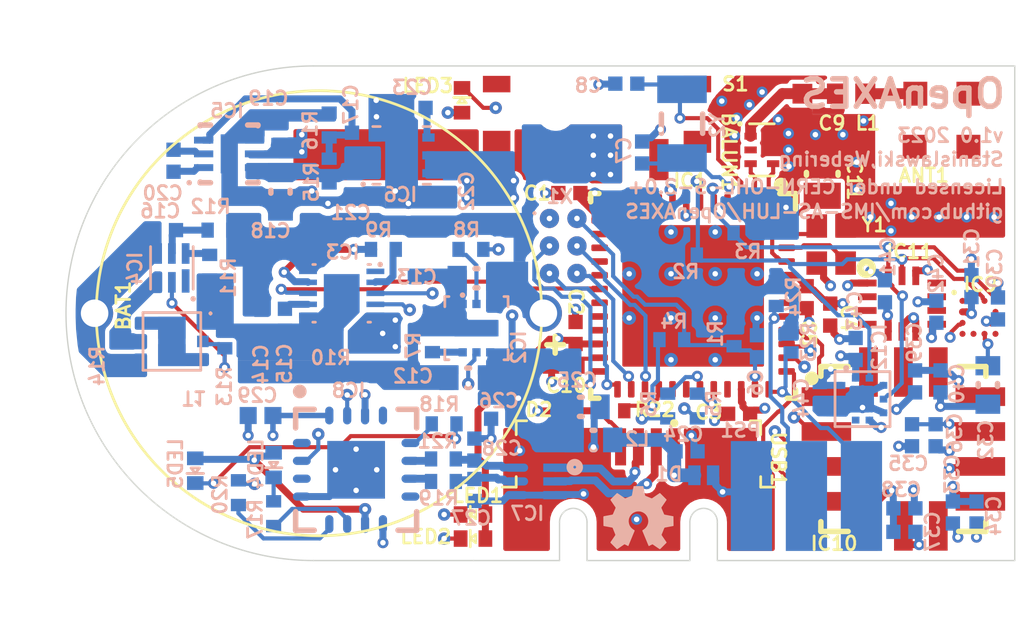
<source format=kicad_pcb>
(kicad_pcb (version 20221018) (generator pcbnew)
  (layers (0 "F.Cu" signal "L1") (1 "In1.Cu" power "L2") (2 "In2.Cu" signal "L3") (31 "B.Cu" signal "L4") (34 "B.Paste" user "Bottom Paste") (35 "F.Paste" user "Top Paste") (36 "B.SilkS" user "Bottom Overlay") (37 "F.SilkS" user "Top Overlay") (38 "B.Mask" user "Bottom Solder") (39 "F.Mask" user "Top Solder") (44 "Edge.Cuts" user))
  (net 0 "")
  (net 1 "AI1_GPIO")
  (net 2 "AI0_GPIO")
  (net 3 "+3V6")
  (net 4 "BAT-")
  (net 5 "+3V3")
  (net 6 "JTAG_TDO")
  (net 7 "JTAG_TDI")
  (net 8 "~{RESET}")
  (net 9 "/SoC/JTAG_TCKC")
  (net 10 "BAT+")
  (net 11 "+5V")
  (net 12 "GND")
  (net 13 "/SoC/ANT")
  (net 14 "/SoC/UNBALANCED")
  (net 16 "/SoC/RF_N")
  (net 17 "/SoC/RF_P")
  (net 18 "Net-(IC4-VSS)")
  (net 19 "Net-(IC1-X32K_Q2)")
  (net 20 "Net-(IC1-X32K_Q1)")
  (net 21 "Net-(IC1-DCOUPL)")
  (net 22 "Net-(IC1-VDDR)")
  (net 23 "Net-(IC3-REG)")
  (net 24 "Net-(IC4-BAT)")
  (net 25 "Net-(IC5-FB)")
  (net 26 "Net-(IC5-VIN)")
  (net 27 "Net-(IC5-C-)")
  (net 28 "Net-(IC5-C+)")
  (net 29 "Net-(IC6-FILTER)")
  (net 30 "/USB2UART/USB_V+")
  (net 31 "/USB2UART/D_N")
  (net 32 "/USB2UART/D_P")
  (net 33 "Net-(IC9-CAP)")
  (net 34 "Net-(IC10-V1P8DIG)")
  (net 35 "Net-(IC10-V1P8ANA)")
  (net 36 "Net-(USB1-ID)")
  (net 50 "Net-(IC1-DIO_21)")
  (net 51 "Net-(IC1-DIO_22)")
  (net 55 "Net-(IC1-X24M_N)")
  (net 56 "Net-(IC1-X24M_P)")
  (net 57 "Net-(IC2-STAT)")
  (net 58 "Net-(IC2-PROG)")
  (net 60 "Net-(IC3-AIN)")
  (net 61 "Net-(IC3-THRM)")
  (net 63 "Net-(IC4-COUT)")
  (net 64 "Net-(IC4-DOUT)")
  (net 65 "Net-(IC4-V-)")
  (net 66 "/USB2UART/USB_D_P")
  (net 67 "/USB2UART/USB_D_N")
  (net 69 "Net-(IC8-CBUS2)")
  (net 71 "Net-(IC8-CBUS1)")
  (net 72 "Net-(IC8-CBUS0)")
  (net 92 "Net-(LED1-PadCATHODE)")
  (net 93 "Net-(LED2-PadCATHODE)")
  (net 94 "Net-(LED3-PadCATHODE)")
  (net 95 "Net-(LED4-PadCATHODE)")
  (net 96 "Net-(LED5-PadCATHODE)")
  (net 98 "I2C_SDA")
  (net 99 "I2C_SCL")
  (net 100 "TXD")
  (net 101 "RXD")
  (net 102 "ALRT")
  (net 103 "USB_GPIO_INT")
  (net 104 "SPI_MISO")
  (net 105 "SPI_MOSI")
  (net 106 "SPI_SCLK")
  (net 107 "SPI_~{CS}")
  (net 108 "\\BCD")
  (net 109 "Net-(T1A-D1)")
  (net 110 "/SoC/JTAG_TMSC")
  (net 111 "/USB2UART/USBD_P")
  (net 112 "/USB2UART/USBD_N")
  (footprint "OpenAXES_parts:CP1654" (layer "F.Cu") (at 140.4511 105.003605)
    (fp_text reference "BAT1")
    (fp_text value "CP1654 A3" hide)
  )
  (footprint "OpenAXES_parts:LED_0402" (layer "F.Cu") (at 146.0511 113.203605 -90)
    (fp_text reference "LED2")
    (fp_text value "RED" hide)
  )
  (footprint "OpenAXES_parts:MOLEX_47948-0001" (layer "F.Cu") (at 163.1011 97.978605 90)
    (fp_text reference "ANT1")
    (fp_text value "ANTENNA" hide)
  )
  (footprint "OpenAXES_parts:CAPC0402(1005)60_L" (layer "F.Cu") (at 159.0411 105.053605 90)
    (fp_text reference "C4")
    (fp_text value "10u 6V3 0402" hide)
  )
  (footprint "OpenAXES_parts:CAPC0402(1005)60_L" (layer "F.Cu") (at 149.7811 105.721385 -90)
    (fp_text reference "C2")
    (fp_text value "100n 16V 0402" hide)
  )
  (footprint "OpenAXES_parts:CAPC0402(1005)60_L" (layer "F.Cu") (at 149.5561 100.628595)
    (fp_text reference "C1")
    (fp_text value "100n 16V 0402" hide)
  )
  (footprint "OpenAXES_parts:DPY0002A_M" (layer "F.Cu") (at 149.4711 108.553585 180)
    (fp_text reference "D2")
    (fp_text value "TPD1E10B06DPYR" hide)
  )
  (footprint "OpenAXES_parts:LED_0402" (layer "F.Cu") (at 146.0511 112.328605 -90)
    (fp_text reference "LED1")
    (fp_text value "GREEN" hide)
  )
  (footprint "OpenAXES_parts:SSSS810701_MODIFIED" (layer "F.Cu") (at 150.5611 97.663805 180)
    (fp_text reference "S1")
    (fp_text value "SWITCH_SPDT" hide)
  )
  (footprint "OpenAXES_parts:CAPC0805(2012)145_L" (layer "F.Cu") (at 158.7511 99.928605 -90)
    (fp_text reference "C11")
    (fp_text value "CAP 22u 6V3 0805" hide)
  )
  (footprint "OpenAXES_parts:BOSC-BMI160_V" (layer "F.Cu") (at 161.6511 104.653595)
    (fp_text reference "IC11")
    (fp_text value "BMI160" hide)
  )
  (footprint "OpenAXES_parts:CAPC0402(1005)60_M" (layer "F.Cu") (at 158.02983 97.513605 90)
    (fp_text reference "C9")
    (fp_text value "1p3 10V 0402" hide)
  )
  (footprint "OpenAXES_parts:HIRO-ZX62R-B-5P_V" (layer "F.Cu") (at 152.0673 111.203605)
    (fp_text reference "USB1")
    (fp_text value "HIRO-ZX62R-B-5P-5" hide)
  )
  (footprint "OpenAXES_parts:CAPC0402(1005)60_L" (layer "F.Cu") (at 158.1861 104.418605 90)
    (fp_text reference "C5")
    (fp_text value "100n 16V 0402" hide)
  )
  (footprint "OpenAXES_parts:CAPC0402(1005)60_L" (layer "F.Cu") (at 155.72871 108.661635)
    (fp_text reference "C3")
    (fp_text value "100n 16V 0402" hide)
  )
  (footprint "OpenAXES_parts:JTAG_CON" (layer "F.Cu") (at 149.3311 102.553645)
    (fp_text reference "X1")
    (fp_text value "CON_6P2R" hide)
  )
  (footprint "OpenAXES_parts:RESC0402(1005)_L" (layer "F.Cu") (at 151.1011 108.553585)
    (fp_text reference "R22")
    (fp_text value "Jumper 0402" hide)
  )
  (footprint "OpenAXES_parts:RGZ0048A_V" (layer "F.Cu") (at 154.05556 104.371395 -90)
    (fp_text reference "IC1")
    (fp_text value "CC2652R1FRGZT" hide)
  )
  (footprint "OpenAXES_parts:LED_0402" (layer "F.Cu") (at 145.6511 97.253605 180)
    (fp_text reference "LED3")
    (fp_text value "BLUE" hide)
  )
  (footprint "OpenAXES_parts:INDC1005X45X25ML10T10" (layer "F.Cu") (at 159.80109 97.013605)
    (fp_text reference "L1")
    (fp_text value "LQP15MN1N8B02D" hide)
  )
  (footprint "OpenAXES_parts:Crystal_2016" (layer "F.Cu") (at 159.07611 102.503615 -90)
    (fp_text reference "Y1")
    (fp_text value "NX2016SA-48M" hide)
  )
  (footprint "OpenAXES_parts:BGA12C40P4X4_160X160X72" (layer "F.Cu") (at 164.4511 105.153595)
    (fp_text reference "IC9")
    (fp_text value "MMC3416XPJ" hide)
  )
  (footprint "OpenAXES_parts:CAPC0402(1005)60_N" (layer "F.Cu") (at 149.3511 106.893605)
    (fp_text reference "C10")
    (fp_text value "1u 16V 0402" hide)
  )
  (footprint "OpenAXES_parts:ADI-ADXL355-LCC-14_V" (layer "F.Cu") (at 161.70109 109.943605)
    (fp_text reference "IC10")
    (fp_text value "ADXL355BEZ" hide)
  )
  (footprint "OpenAXES_parts:SON50P80X70-6L" (layer "F.Cu") (at 156.55556 99.059955)
    (fp_text reference "BALUN1")
    (fp_text value "2450BM14G0011" hide)
  )
  (footprint "OpenAXES_parts:RESC0402(1005)_L" (layer "B.Cu") (at 153.2811 105.963605 180)
    (fp_text reference "R4")
    (fp_text value "Jumper 0402" hide)
  )
  (footprint "OpenAXES_parts:RESC0402(1005)_L" (layer "B.Cu") (at 155.9761 102.078605)
    (fp_text reference "R3")
    (fp_text value "10K 1% 0402" hide)
  )
  (footprint "OpenAXES_parts:RESC0402(1005)_L" (layer "B.Cu") (at 133.1511 106.528675 90)
    (fp_text reference "R14")
    (fp_text value "4M99 1% 0402" hide)
  )
  (footprint "OpenAXES_parts:CAPC0402(1005)60_L" (layer "B.Cu") (at 165.1411 104.828605 90)
    (fp_text reference "C30")
    (fp_text value "1u 16V 0402" hide)
  )
  (footprint "OpenAXES_parts:PSON40P250X80_HS-11L" (layer "B.Cu") (at 141.2761 104.278605 180)
    (fp_text reference "IC3")
    (fp_text value "MAX17055ETB+" hide)
  )
  (footprint "OpenAXES_parts:WDFN6 2X2 0.65P" (layer "B.Cu") (at 135.1011 106.028605 90)
    (fp_text reference "T1")
    (fp_text value "DUAL_NMOS" hide)
  )
  (footprint "OpenAXES_parts:RESC0402(1005)_L" (layer "B.Cu") (at 142.79192 102.678605 180)
    (fp_text reference "R9")
    (fp_text value "10K 1% 0402" hide)
  )
  (footprint "OpenAXES_parts:LED_0402" (layer "B.Cu") (at 135.9511 110.733605 180)
    (fp_text reference "LED5")
    (fp_text value "YELLOW" hide)
  )
  (footprint "OpenAXES_parts:QFN-16_L" (layer "B.Cu") (at 141.80095 110.700365 -90)
    (fp_text reference "IC8")
    (fp_text value "FT230XQ-R" hide)
  )
  (footprint "OpenAXES_parts:PSON65P200X80_HS-7L" (layer "B.Cu") (at 143.45634 99.258205)
    (fp_text reference "IC6")
    (fp_text value "TPS7A3501" hide)
  )
  (footprint "OpenAXES_parts:CAPC0402(1005)60_L" (layer "B.Cu") (at 147.10943 108.843605)
    (fp_text reference "C26")
    (fp_text value "100n 16V 0402" hide)
  )
  (footprint "OpenAXES_parts:CAPC0402(1005)60_L" (layer "B.Cu") (at 135.1611 99.453605 -90)
    (fp_text reference "C20")
    (fp_text value "1u 16V 0402" hide)
  )
  (footprint "OpenAXES_parts:CAPC0402(1005)60_L" (layer "B.Cu") (at 162.87298 109.443605 90)
    (fp_text reference "C36")
    (fp_text value "100n 16V 0402" hide)
  )
  (footprint "OpenAXES_parts:CAPC0603(1608)100_L" (layer "B.Cu") (at 164.7731 107.613605 90)
    (fp_text reference "C32")
    (fp_text value "4u7 10V 0603" hide)
  )
  (footprint "OpenAXES_parts:LED_0402" (layer "B.Cu") (at 138.8011 110.528605 180)
    (fp_text reference "LED4")
    (fp_text value "ORANGE" hide)
  )
  (footprint "OpenAXES_parts:CAPC0402(1005)60_L" (layer "B.Cu") (at 134.8511 101.978675)
    (fp_text reference "C16")
    (fp_text value "100n 16V 0402" hide)
  )
  (footprint "OpenAXES_parts:RESC0402(1005)_L" (layer "B.Cu") (at 144.9761 111.125375 180)
    (fp_text reference "R19")
    (fp_text value "27R 5% 0402" hide)
  )
  (footprint "OpenAXES_parts:CAPC0402(1005)60_L" (layer "B.Cu") (at 164.3611 112.253605 -90)
    (fp_text reference "C34")
    (fp_text value "1u 16V 0402" hide)
  )
  (footprint "OpenAXES_parts:CAPC0402(1005)33_L" (layer "B.Cu") (at 153.8173 110.028605 180)
    (fp_text reference "C24")
    (fp_text value "10n 16V 0402" hide)
  )
  (footprint "OpenAXES_parts:RESC0402(1005)_L" (layer "B.Cu") (at 140.82114 98.153605 -90)
    (fp_text reference "R16")
    (fp_text value "24K3 1% 0402" hide)
  )
  (footprint "OpenAXES_parts:RESC0402(1005)_L" (layer "B.Cu") (at 145.0011 109.028575)
    (fp_text reference "R18")
    (fp_text value "3K3 5% 0402" hide)
  )
  (footprint "OpenAXES_parts:RESC0402(1005)_L" (layer "B.Cu") (at 144.9761 110.305365 180)
    (fp_text reference "R21")
    (fp_text value "27R 5% 0402" hide)
  )
  (footprint "OpenAXES_parts:CAPC0402(1005)60_L" (layer "B.Cu") (at 161.0311 104.203595 -90)
    (fp_text reference "C41")
    (fp_text value "100n 16V 0402" hide)
  )
  (footprint "OpenAXES_parts:CAPC0402(1005)60_L" (layer "B.Cu") (at 141.73613 100.303605 90)
    (fp_text reference "C21")
    (fp_text value "10u 6V3 0402" hide)
  )
  (footprint "OpenAXES_parts:CAPC0402(1005)60_L" (layer "B.Cu") (at 145.21874 100.308205 90)
    (fp_text reference "C22")
    (fp_text value "10u 6V3 0402" hide)
  )
  (footprint "OpenAXES_parts:CAPC0402(1005)60_L" (layer "B.Cu") (at 162.016 109.443605 -90)
    (fp_text reference "C35")
    (fp_text value "1u 16V 0402" hide)
  )
  (footprint "OpenAXES_parts:CAPC0402(1005)60_L" (layer "B.Cu") (at 162.9011 104.948605 -90)
    (fp_text reference "C42")
    (fp_text value "100n 16V 0402" hide)
  )
  (footprint "OpenAXES_parts:CAPC0402(1005)60_L" (layer "B.Cu") (at 163.50111 112.253605 90)
    (fp_text reference "C33")
    (fp_text value "100n 16V 0402" hide)
  )
  (footprint "OpenAXES_parts:CAPC0402(1005)60_L" (layer "B.Cu") (at 161.73865 112.958615)
    (fp_text reference "C37")
    (fp_text value "1u 16V 0402" hide)
  )
  (footprint "OpenAXES_parts:PRESSURESENSOR" (layer "B.Cu") (at 158.1761 111.653595 -90)
    (fp_text reference "PS1")
    (fp_text value "PressureSensor" hide)
  )
  (footprint "OpenAXES_parts:CAPC0402(1005)60_L" (layer "B.Cu") (at 138.9761 98.478605 -90)
    (fp_text reference "C19")
    (fp_text value "2u2 6V3 0402" hide)
  )
  (footprint "OpenAXES_parts:RESC0402(1005)_L" (layer "B.Cu") (at 154.2061 108.378605 -90)
    (fp_text reference "R5")
    (fp_text value "3K3 5% 0402" hide)
  )
  (footprint "OpenAXES_parts:CAPC0402(1005)60_L" (layer "B.Cu") (at 164.1761 104.016085 90)
    (fp_text reference "C31")
    (fp_text value "1u 16V 0402" hide)
  )
  (footprint "OpenAXES_parts:CAPC0603(1608)100_L" (layer "B.Cu") (at 145.8761 107.348605)
    (fp_text reference "C12")
    (fp_text value "4u7 10V 0603" hide)
  )
  (footprint "OpenAXES_parts:RESC0402(1005)_L" (layer "B.Cu") (at 157.07784 104.288605 90)
    (fp_text reference "R24")
    (fp_text value "10K 1% 0402" hide)
  )
  (footprint "OpenAXES_parts:DPY0002A_M" (layer "B.Cu") (at 154.4411 110.900395)
    (fp_text reference "D1")
    (fp_text value "TPD1E10B06DPYR" hide)
  )
  (footprint "OpenAXES_parts:RESC0402(1005)_L" (layer "B.Cu") (at 153.74104 102.883605 180)
    (fp_text reference "R2")
    (fp_text value "10K 1% 0402" hide)
  )
  (footprint "OpenAXES_parts:RESC0402(1005)_L" (layer "B.Cu") (at 137.0261 105.828675 -90)
    (fp_text reference "R13")
    (fp_text value "4M99 1% 0402" hide)
  )
  (footprint "OpenAXES_parts:CAPC0402(1005)60_L" (layer "B.Cu") (at 139.21205 105.241105 90)
    (fp_text reference "C15")
    (fp_text value "470n 6V3 0402" hide)
  )
  (footprint "OpenAXES_parts:CAPC0402(1005)60_L" (layer "B.Cu") (at 163.0511 107.483595 90)
    (fp_text reference "C40")
    (fp_text value "100n 16V 0402" hide)
  )
  (footprint "OpenAXES_parts:CAPC0402(1005)60_L" (layer "B.Cu") (at 138.35795 105.278615 90)
    (fp_text reference "C14")
    (fp_text value "100n 16V 0402" hide)
  )
  (footprint "OpenAXES_parts:CAPC0603(1608)100_L" (layer "B.Cu") (at 146.1765 103.728605)
    (fp_text reference "C13")
    (fp_text value "4u7 10V 0603" hide)
  )
  (footprint "OpenAXES_parts:LT-DC6-6_V" (layer "B.Cu") (at 137.18109 99.203605)
    (fp_text reference "IC5")
    (fp_text value "LTC3221EDC" hide)
  )
  (footprint "OpenAXES_parts:RESC0402(1005)_L" (layer "B.Cu") (at 140.82114 99.828605 -90)
    (fp_text reference "R15")
    (fp_text value "47K 1% 0402" hide)
  )
  (footprint "OpenAXES_parts:RESC0402(1005)_L" (layer "B.Cu") (at 136.4761 103.328675 90)
    (fp_text reference "R11")
    (fp_text value "2K2 5% 0402" hide)
  )
  (footprint "OpenAXES_parts:SON50P150X170X55-6N-D" (layer "B.Cu") (at 148.3311 111.123605 180)
    (fp_text reference "IC7")
    (fp_text value "ECMF02-2AMX6" hide)
  )
  (footprint "OpenAXES_parts:RESC0402(1005)_L" (layer "B.Cu") (at 153.1311 108.378605 -90)
    (fp_text reference "R6")
    (fp_text value "3K3 5% 0402" hide)
  )
  (footprint "OpenAXES_parts:CAPC0402(1005)60_L" (layer "B.Cu") (at 156.37556 106.203605 -90)
    (fp_text reference "C6")
    (fp_text value "100n 16V 0402" hide)
  )
  (footprint "OpenAXES_parts:RESC0402(1005)_L" (layer "B.Cu") (at 144.5767 105.969605 -90)
    (fp_text reference "R7")
    (fp_text value "1K2 1% 0402" hide)
  )
  (footprint "OpenAXES_parts:CAPC0402(1005)60_L" (layer "B.Cu") (at 141.65114 98.833605 -90)
    (fp_text reference "C17")
    (fp_text value "220p 10V 0402" hide)
  )
  (footprint "OpenAXES_parts:CAPC0402(1005)60_N" (layer "B.Cu") (at 138.32595 108.725365)
    (fp_text reference "C29")
    (fp_text value "100n 16V 0402" hide)
  )
  (footprint "OpenAXES_parts:RESC0402(1005)_L" (layer "B.Cu") (at 136.8511 101.978605)
    (fp_text reference "R12")
    (fp_text value "330R 5% 0402" hide)
  )
  (footprint "OpenAXES_parts:RESC0402(1005)_L" (layer "B.Cu") (at 155.5437 105.753605 90)
    (fp_text reference "R1")
    (fp_text value "10K 1% 0402" hide)
  )
  (footprint "OpenAXES_parts:CAPC0402(1005)60_L" (layer "B.Cu") (at 146.1011 111.435375 90)
    (fp_text reference "C27")
    (fp_text value "47p 16V 0402" hide)
  )
  (footprint "OpenAXES_parts:R0402" (layer "B.Cu") (at 141.2761 105.948605)
    (fp_text reference "R10")
    (fp_text value "0R01 5% 0402" hide)
  )
  (footprint "OpenAXES_parts:CAPC0402(1005)60_L" (layer "B.Cu") (at 152.2011 99.153605 -90)
    (fp_text reference "C7")
    (fp_text value "12p 10V 0402" hide)
  )
  (footprint "OpenAXES_parts:CAPC0402(1005)60_L" (layer "B.Cu") (at 143.92614 97.528605 180)
    (fp_text reference "C23")
    (fp_text value "1u 16V 0402" hide)
  )
  (footprint "OpenAXES_parts:PSON50P200X80_HS-7L" (layer "B.Cu") (at 146.1765 105.546405 -90)
    (fp_text reference "IC2")
    (fp_text value "MCP73830/L" hide)
  )
  (footprint "OpenAXES_parts:SON50P150X80-6L" (layer "B.Cu") (at 135.1011 103.353675 90)
    (fp_text reference "IC4")
    (fp_text value "BQ2970x" hide)
  )
  (footprint "OpenAXES_parts:CAPC0402(1005)60_L" (layer "B.Cu") (at 161.73865 112.103615 180)
    (fp_text reference "C38")
    (fp_text value "100n 16V 0402" hide)
  )
  (footprint "OpenAXES_parts:RESC0402(1005)_L" (layer "B.Cu") (at 138.8011 112.297715 90)
    (fp_text reference "R17")
    (fp_text value "3K3 5% 0402" hide)
  )
  (footprint "OpenAXES_parts:CAPC0402(1005)60_L" (layer "B.Cu") (at 146.1011 109.965355 -90)
    (fp_text reference "C28")
    (fp_text value "47p 16V 0402" hide)
  )
  (footprint "OpenAXES_parts:EPSON-FC-135_V" (layer "B.Cu") (at 153.6511 98.103615 90)
    (fp_text reference "Y2")
    (fp_text value "FC-135-32.76" hide)
  )
  (footprint "OpenAXES_parts:RESC0402(1005)_L" (layer "B.Cu") (at 137.5211 111.533605 90)
    (fp_text reference "R20")
    (fp_text value "Jumper 0402" hide)
  )
  (footprint "OpenAXES_parts:CAPC0603(1608)100_L" (layer "B.Cu") (at 149.9711 108.408605 180)
    (fp_text reference "C25")
    (fp_text value "4u7 10V 0603" hide)
  )
  (footprint "OpenAXES_parts:RESC0402(1005)_L" (layer "B.Cu") (at 145.9765 102.678605 180)
    (fp_text reference "R8")
    (fp_text value "3K3 5% 0402" hide)
  )
  (footprint "OpenAXES_parts:CAPC0402(1005)60_L" (layer "B.Cu") (at 151.6261 96.648605)
    (fp_text reference "C8")
    (fp_text value "12p 10V 0402" hide)
  )
  (footprint "OpenAXES_parts:BMP388" (layer "B.Cu") (at 160.21563 108.128665 180)
    (fp_text reference "IC12")
    (fp_text value "BMP388" hide)
  )
  (footprint "OpenAXES_parts:RESC0402(1005)_L" (layer "B.Cu") (at 157.6171 105.979605 90)
    (fp_text reference "R23")
    (fp_text value "10K 1% 0402" hide)
  )
  (footprint "OpenAXES_parts:CAPC0402(1005)60_L" (layer "B.Cu") (at 158.6611 107.908665 90)
    (fp_text reference "C44")
    (fp_text value "100n 16V 0402" hide)
  )
  (footprint "OpenAXES_parts:CAPC0402(1005)60_L" (layer "B.Cu") (at 159.96563 106.303605 -90)
    (fp_text reference "C43")
    (fp_text value "100n 16V 0402" hide)
  )
  (footprint "OpenAXES_parts:0603(1608)_L" (layer "B.Cu") (at 150.4311 109.613605 180)
    (fp_text reference "L2")
    (fp_text value "742792605" hide)
  )
  (footprint "OpenAXES_parts:CAPC0603(1608)100_L" (layer "B.Cu") (at 139.0511 100.581975 90)
    (fp_text reference "C18")
    (fp_text value "4u7 10V 0603" hide)
  )
  (footprint "OpenAXES_parts:CAPC0402(1005)60_L" (layer "B.Cu") (at 162.1261 107.483595 -90)
    (fp_text reference "C39")
    (fp_text value "1u 16V 0402" hide)
  )
  (gr_poly (pts (xy 150.84796 112.382715) (xy 150.81017 112.388675) (xy 150.79625 112.398625) (xy 150.79028 112.416525) (xy 150.79426 112.738755) (xy 150.80023 112.744725) (xy 150.83205 112.752675) (xy 150.86586 112.758645) (xy 150.88576 112.762625) (xy 150.90963 112.766605) (xy 150.94941 112.774565) (xy 150.97328 112.778535) (xy 151.01306 112.786495) (xy 151.03693 112.790475) (xy 151.05682 112.794455) (xy 151.08069 112.798425) (xy 151.10058 112.802405) (xy 151.11649 112.806385) (xy 151.12842 112.814345) (xy 151.13837 112.840205) (xy 151.21793 113.039115) (xy 151.22788 113.072925) (xy 151.2239 113.080885) (xy 151.20401 113.108725) (xy 151.20003 113.116685) (xy 151.16025 113.172375) (xy 151.15627 113.180335) (xy 151.11649 113.236025) (xy 151.11251 113.243985) (xy 151.07273 113.299685) (xy 151.06875 113.307635) (xy 151.04886 113.335485) (xy 151.05284 113.359355) (xy 151.28159 113.588095) (xy 151.29352 113.592075) (xy 151.36513 113.544335) (xy 151.39298 113.524445) (xy 151.40093 113.520475) (xy 151.45663 113.480685) (xy 151.46458 113.476705) (xy 151.49243 113.456815) (xy 151.50038 113.452845) (xy 151.50834 113.444885) (xy 151.5163 113.440905) (xy 151.54415 113.421015) (xy 151.56404 113.413055) (xy 151.69532 113.476705) (xy 151.70526 113.466765) (xy 151.70924 113.450855) (xy 151.72515 113.415045) (xy 151.73311 113.395155) (xy 151.74505 113.367305) (xy 151.76096 113.327525) (xy 151.77289 113.299685) (xy 151.78085 113.279795) (xy 151.79278 113.251945) (xy 151.80869 113.212165) (xy 151.82063 113.184315) (xy 151.82859 113.164425) (xy 151.84052 113.136575) (xy 151.85643 113.096795) (xy 151.86837 113.068945) (xy 151.87633 113.049055) (xy 151.88826 113.021205) (xy 151.89622 113.001315) (xy 151.90815 112.973465) (xy 151.93202 112.913795) (xy 151.9181 112.895895) (xy 151.89025 112.879985) (xy 151.84052 112.842185) (xy 151.82262 112.824285) (xy 151.81466 112.820305) (xy 151.80869 112.814345) (xy 151.80472 112.806385) (xy 151.7888 112.790475) (xy 151.78483 112.782515) (xy 151.77687 112.774565) (xy 151.77289 112.766605) (xy 151.75698 112.742735) (xy 151.73709 112.698975) (xy 151.72515 112.659195) (xy 151.7172 112.611455) (xy 151.71322 112.583605) (xy 151.7172 112.512005) (xy 151.72117 112.500065) (xy 151.72714 112.474205) (xy 151.73112 112.458295) (xy 151.75698 112.400615) (xy 151.79079 112.350885) (xy 151.80074 112.336965) (xy 151.84251 112.295185) (xy 151.85047 112.291215) (xy 151.85842 112.283255) (xy 151.86638 112.279275) (xy 151.87433 112.271325) (xy 151.94992 112.235515) (xy 151.97777 112.227555) (xy 152.00959 112.219605) (xy 152.06131 112.215625) (xy 152.1369 112.219605) (xy 152.14883 112.223585) (xy 152.16474 112.227555) (xy 152.1906 112.237505) (xy 152.22243 112.249435) (xy 152.26221 112.273315) (xy 152.28608 112.289225) (xy 152.29204 112.295185) (xy 152.3 112.299165) (xy 152.34575 112.344915) (xy 152.34973 112.352875) (xy 152.37757 112.392655) (xy 152.40144 112.444375) (xy 152.41736 112.500065) (xy 152.42134 112.539845) (xy 152.42531 112.567695) (xy 152.41935 112.629355) (xy 152.41537 112.649245) (xy 152.41139 112.665165) (xy 152.39548 112.708925) (xy 152.37757 112.746715) (xy 152.36166 112.770585) (xy 152.35768 112.778535) (xy 152.34575 112.790475) (xy 152.34177 112.798425) (xy 152.28807 112.852135) (xy 152.28011 112.856115) (xy 152.22441 112.895895) (xy 152.21646 112.899875) (xy 152.20651 112.909815) (xy 152.21248 112.931695) (xy 152.2264 112.965515) (xy 152.23834 112.993355) (xy 152.24629 113.013255) (xy 152.25823 113.041095) (xy 152.27414 113.080885) (xy 152.28608 113.108725) (xy 152.29403 113.128615) (xy 152.30597 113.156465) (xy 152.32188 113.196245) (xy 152.33381 113.224095) (xy 152.34177 113.243985) (xy 152.35371 113.271835) (xy 152.36166 113.291725) (xy 152.3736 113.319575) (xy 152.38951 113.359355) (xy 152.40144 113.387195) (xy 152.4094 113.407095) (xy 152.42134 113.434935) (xy 152.42929 113.454825) (xy 152.44123 113.474725) (xy 152.45117 113.476705) (xy 152.49493 113.452845) (xy 152.57847 113.413055) (xy 152.6282 113.446875) (xy 152.67594 113.478695) (xy 152.70577 113.500575) (xy 152.71373 113.504555) (xy 152.74158 113.524445) (xy 152.74953 113.528425) (xy 152.75749 113.536385) (xy 152.76545 113.540365) (xy 152.7933 113.560255) (xy 152.80125 113.564225) (xy 152.83705 113.588095) (xy 152.847 113.590085) (xy 152.86888 113.576165) (xy 153.08569 113.359355) (xy 153.08967 113.343445) (xy 153.08569 113.331505) (xy 153.04591 113.275815) (xy 153.04193 113.267855) (xy 153.00215 113.212165) (xy 152.99817 113.204205) (xy 152.97828 113.176355) (xy 152.9743 113.168405) (xy 152.96635 113.160445) (xy 152.96237 113.152485) (xy 152.94248 113.124635) (xy 152.9385 113.116685) (xy 152.91065 113.076905) (xy 152.91463 113.049055) (xy 152.93054 113.013255) (xy 153.00215 112.834235) (xy 153.01806 112.806385) (xy 153.07773 112.794455) (xy 153.1016 112.790475) (xy 153.14138 112.782515) (xy 153.16526 112.778535) (xy 153.18515 112.774565) (xy 153.20901 112.770585) (xy 153.2488 112.762625) (xy 153.27266 112.758645) (xy 153.29256 112.754675) (xy 153.31643 112.750695) (xy 153.33234 112.746715) (xy 153.34427 112.738755) (xy 153.34029 112.396635) (xy 153.33433 112.390665) (xy 153.2667 112.378735) (xy 153.25079 112.374755) (xy 153.22294 112.370775) (xy 153.20703 112.366795) (xy 153.15929 112.358835) (xy 153.14337 112.354865) (xy 153.11553 112.350885) (xy 153.09961 112.346905) (xy 153.05188 112.338945) (xy 153.03596 112.334975) (xy 153.0101 112.329005) (xy 153.00215 112.321045) (xy 152.90667 112.098265) (xy 152.9027 112.082355) (xy 152.90667 112.066445) (xy 152.94645 112.010755) (xy 152.95043 112.002795) (xy 152.99021 111.947095) (xy 152.99419 111.939145) (xy 153.01408 111.911295) (xy 153.01806 111.903335) (xy 153.02602 111.895385) (xy 153.03 111.887425) (xy 153.04989 111.859575) (xy 153.05387 111.851625) (xy 153.08967 111.799905) (xy 153.08569 111.780015) (xy 152.85297 111.547295) (xy 152.83308 111.551265) (xy 152.80523 111.571165) (xy 152.79727 111.575135) (xy 152.78932 111.583095) (xy 152.78136 111.587075) (xy 152.75351 111.606965) (xy 152.74556 111.610945) (xy 152.68986 111.650725) (xy 152.68191 111.654705) (xy 152.62621 111.694485) (xy 152.61825 111.698465) (xy 152.56256 111.738245) (xy 152.53074 111.734265) (xy 152.49493 111.718355) (xy 152.43526 111.694485) (xy 152.40741 111.682545) (xy 152.36763 111.666635) (xy 152.33978 111.654705) (xy 152.31194 111.638795) (xy 152.30597 111.620885) (xy 152.30199 111.593035) (xy 152.29801 111.577125) (xy 152.29403 111.549285) (xy 152.29006 111.533365) (xy 152.2821 111.485625) (xy 152.27812 111.469715) (xy 152.27414 111.441865) (xy 152.27016 111.425955) (xy 152.26221 111.378215) (xy 152.25823 111.362305) (xy 152.25027 111.314565) (xy 152.23834 111.294675) (xy 151.90218 111.292685) (xy 151.88826 111.306615) (xy 151.88229 111.348385) (xy 151.87831 111.368275) (xy 151.87433 111.392145) (xy 151.86638 111.431925) (xy 151.8624 111.455795) (xy 151.85444 111.495575) (xy 151.85047 111.519445) (xy 151.84649 111.539335) (xy 151.84251 111.563205) (xy 151.83455 111.602985) (xy 151.83057 111.626855) (xy 151.82461 111.640775) (xy 151.81864 111.646745) (xy 151.77886 111.662655) (xy 151.75101 111.674595) (xy 151.69134 111.698465) (xy 151.66349 111.710395) (xy 151.62371 111.726305) (xy 151.59586 111.738245) (xy 151.57199 111.734265) (xy 151.54415 111.714375) (xy 151.53619 111.710395) (xy 151.48049 111.670615) (xy 151.47254 111.666635) (xy 151.41684 111.626855) (xy 151.40889 111.622875) (xy 151.35319 111.583095) (xy 151.34524 111.579115) (xy 151.2975 111.547295) (xy 151.28159 111.551265) (xy 151.04886 111.783995) (xy 151.05284 111.807865) (xy 151.0608 111.815815) (xy 151.06477 111.823775) (xy 151.08467 111.851625) (xy 151.08864 111.859575) (xy 151.12842 111.915275) (xy 151.1324 111.923225) (xy 151.17219 111.978925) (xy 151.17616 111.986875) (xy 151.21595 112.042575) (xy 151.21992 112.050535) (xy 151.23584 112.074405) (xy 151.23186 112.098265) (xy 151.21595 112.134075) (xy 151.14434 112.301155) (xy 151.12842 112.329005) (xy 151.11251 112.332985) (xy 151.08864 112.336965) (xy 151.04886 112.344915) (xy 151.02499 112.348895) (xy 150.98521 112.356855) (xy 150.96134 112.360825) (xy 150.94145 112.364805) (xy 150.91758 112.368785) (xy 150.8778 112.376745) (xy 150.85393 112.380715) (xy 150.85194 112.382715)) (fill solid) (layer "B.SilkS"))
  (gr_circle (center 157.2511 100.333605) (end 157.2511 100.323605) (stroke (width 0.254)) (fill none) (layer "F.SilkS"))
  (gr_line (start 146.0673 114.003605) (end 149.1973 114.003605) (stroke (width 0.05)) (layer "Edge.Cuts"))
  (gr_line (start 154.9373 114.003605) (end 165.7511 114.003605) (stroke (width 0.05)) (layer "Edge.Cuts"))
  (gr_line (start 154.93729 112.603605) (end 154.9373 114.003605) (stroke (width 0.05)) (layer "Edge.Cuts"))
  (gr_line (start 154.9373 112.603605) (end 154.93729 112.603605) (stroke (width 0.05)) (layer "Edge.Cuts"))
  (gr_line (start 153.9373 114.003605) (end 153.9373 112.603605) (stroke (width 0.05)) (layer "Edge.Cuts"))
  (gr_line (start 165.7511 114.003605) (end 165.7511 96.003595) (stroke (width 0.05)) (layer "Edge.Cuts"))
  (gr_line (start 150.1973 114.003605) (end 153.9373 114.003605) (stroke (width 0.05)) (layer "Edge.Cuts"))
  (gr_line (start 149.1973 114.003605) (end 149.1973 112.603605) (stroke (width 0.05)) (layer "Edge.Cuts"))
  (gr_arc (start 140.2511 114.003605) (mid 131.2511 105.003605) (end 140.2511 96.003605) (stroke (width 0.05)) (layer "Edge.Cuts"))
  (gr_line (start 140.2511 114.003605) (end 146.0673 114.003605) (stroke (width 0.05)) (layer "Edge.Cuts"))
  (gr_arc (start 149.6973 112.103605) (mid 150.050853 112.250052) (end 150.1973 112.603605) (stroke (width 0.05)) (layer "Edge.Cuts"))
  (gr_arc (start 153.9373 112.603605) (mid 154.083747 112.250052) (end 154.4373 112.103605) (stroke (width 0.05)) (layer "Edge.Cuts"))
  (gr_arc (start 149.1973 112.603605) (mid 149.343747 112.250052) (end 149.6973 112.103605) (stroke (width 0.05)) (layer "Edge.Cuts"))
  (gr_line (start 165.7511 96.003595) (end 140.2511 96.003605) (stroke (width 0.05)) (layer "Edge.Cuts"))
  (gr_line (start 150.1973 112.603605) (end 150.1973 114.003605) (stroke (width 0.05)) (layer "Edge.Cuts"))
  (gr_arc (start 154.4373 112.103605) (mid 154.790853 112.250052) (end 154.9373 112.603605) (stroke (width 0.05)) (layer "Edge.Cuts"))
  (gr_text "github.com/IMS-AS-LUH/OpenAXES" (at 165.4011 101.593615) (layer "B.SilkS") (effects (font (size 0.5 0.5) (thickness 0.1)) (justify left bottom mirror)))
  (gr_text "v1.0 2023" (at 165.4011 98.823355) (layer "B.SilkS") (effects (font (size 0.5 0.5) (thickness 0.1)) (justify left bottom mirror)))
  (gr_text "Stanislawski,Webering" (at 165.4011 99.693645) (layer "B.SilkS") (effects (font (size 0.5 0.5) (thickness 0.1)) (justify left bottom mirror)))
  (gr_text "Licensed under CERN-OHL-S-2.0+" (at 165.4011 100.696615) (layer "B.SilkS") (effects (font (size 0.5 0.5) (thickness 0.1)) (justify left bottom mirror)))
  (gr_text "OpenAXES \n" (at 165.5011 97.603605) (layer "B.SilkS") (effects (font (size 1 1) (thickness 0.2)) (justify left bottom mirror)))
  (segment (start 157.03783 105.153675) (end 157.42328 105.153675) (width 0.15) (layer "F.Cu") (net 1))
  (segment (start 157.42328 105.153675) (end 157.45556 105.121385) (width 0.15) (layer "F.Cu") (net 1))
  (segment (start 157.00555 105.185955) (end 157.03783 105.153675) (width 0.15) (layer "F.Cu") (net 1))
  (via (at 157.00555 105.185955) (size 0.4) (drill 0.2) (layers "F.Cu" "B.Cu") (net 1))
  (segment (start 157.5011 111.078605) (end 158.1761 111.753605) (width 0.15) (layer "B.Cu") (net 1))
  (segment (start 156.8731 108.039645) (end 156.8731 105.386055) (width 0.15) (layer "B.Cu") (net 1))
  (segment (start 157.00555 105.253595) (end 157.00555 105.185955) (width 0.15) (layer "B.Cu") (net 1))
  (segment (start 157.5011 111.078605) (end 157.5011 109.174745) (width 0.15) (layer "B.Cu") (net 1))
  (segment (start 156.8731 105.386055) (end 157.00555 105.253595) (width 0.15) (layer "B.Cu") (net 1))
  (segment (start 157.29603 108.969675) (end 157.29603 108.462575) (width 0.15) (layer "B.Cu") (net 1))
  (segment (start 156.8731 108.039645) (end 157.29603 108.462575) (width 0.15) (layer "B.Cu") (net 1))
  (segment (start 157.00555 105.185955) (end 157.00555 104.733055) (width 0.15) (layer "B.Cu") (net 1))
  (segment (start 157.29603 108.969675) (end 157.5011 109.174745) (width 0.15) (layer "B.Cu") (net 1))
  (segment (start 156.85055 107.863605) (end 157.2981 107.863605) (width 0.15) (layer "F.Cu") (net 2))
  (segment (start 156.80556 107.818605) (end 156.85055 107.863605) (width 0.15) (layer "F.Cu") (net 2))
  (segment (start 156.80556 107.818605) (end 156.80556 107.771395) (width 0.15) (layer "F.Cu") (net 2))
  (via (at 157.2981 107.863605) (size 0.4) (drill 0.2) (layers "F.Cu" "B.Cu") (net 2))
  (segment (start 157.34593 107.911435) (end 157.43987 107.911435) (width 0.15) (layer "B.Cu") (net 2))
  (segment (start 157.2981 107.863605) (end 157.34593 107.911435) (width 0.15) (layer "B.Cu") (net 2))
  (segment (start 158.14603 108.631785) (end 158.69443 109.180185) (width 0.15) (layer "B.Cu") (net 2))
  (segment (start 160.1761 111.653595) (end 160.1761 110.403595) (width 0.15) (layer "B.Cu") (net 2))
  (segment (start 157.5671 106.429605) (end 157.6171 106.429605) (width 0.15) (layer "B.Cu") (net 2))
  (segment (start 157.2981 107.863605) (end 157.2981 107.795955) (width 0.15) (layer "B.Cu") (net 2))
  (segment (start 158.95269 109.180185) (end 160.1761 110.403595) (width 0.15) (layer "B.Cu") (net 2))
  (segment (start 157.2981 107.795955) (end 157.4171 107.676955) (width 0.15) (layer "B.Cu") (net 2))
  (segment (start 158.14603 108.631785) (end 158.14603 108.617595) (width 0.15) (layer "B.Cu") (net 2))
  (segment (start 157.43987 107.911435) (end 158.14603 108.617595) (width 0.15) (layer "B.Cu") (net 2))
  (segment (start 157.4171 106.579605) (end 157.5671 106.429605) (width 0.15) (layer "B.Cu") (net 2))
  (segment (start 157.4171 107.676955) (end 157.4171 106.579605) (width 0.15) (layer "B.Cu") (net 2))
  (segment (start 158.69443 109.180185) (end 158.95269 109.180185) (width 0.15) (layer "B.Cu") (net 2))
  (segment (start 155.86571 108.398625) (end 155.86571 108.286895) (width 0.254) (layer "F.Cu") (net 5))
  (segment (start 149.9561 100.828605) (end 149.9561 100.628595) (width 0.254) (layer "F.Cu") (net 5))
  (segment (start 157.45556 103.621385) (end 157.46256 103.628385) (width 0.254) (layer "F.Cu") (net 5))
  (segment (start 156.5525 108.528635) (end 156.62152 108.459605) (width 0.254) (layer "F.Cu") (net 5))
  (segment (start 156.62152 108.459605) (end 156.66103 108.459605) (width 0.254) (layer "F.Cu") (net 5))
  (segment (start 164.9038 105.353595) (end 165.0511 105.353595) (width 0.254) (layer "F.Cu") (net 5))
  (segment (start 155.81256 108.233745) (end 155.86571 108.286895) (width 0.254) (layer "F.Cu") (net 5))
  (segment (start 157.79589 103.628385) (end 158.1761 104.008605) (width 0.254) (layer "F.Cu") (net 5))
  (segment (start 163.8511 104.953595) (end 163.9984 104.953595) (width 0.254) (layer "F.Cu") (net 5))
  (segment (start 161.1491 105.664095) (end 161.1491 105.101605) (width 0.254) (layer "F.Cu") (net 5))
  (segment (start 158.1761 104.018605) (end 158.1761 104.008605) (width 0.254) (layer "F.Cu") (net 5))
  (segment (start 149.9561 100.828605) (end 150.07914 100.951645) (width 0.254) (layer "F.Cu") (net 5))
  (segment (start 155.81256 108.233745) (end 155.81256 107.778395) (width 0.254) (layer "F.Cu") (net 5))
  (segment (start 161.25119 111.481535) (end 161.27912 111.453605) (width 0.254) (layer "F.Cu") (net 5))
  (segment (start 161.1491 105.664095) (end 161.1511 105.666095) (width 0.254) (layer "F.Cu") (net 5))
  (segment (start 162.1511 103.458535) (end 162.1531 103.456535) (width 0.254) (layer "F.Cu") (net 5))
  (segment (start 158.43084 104.151605) (end 158.79984 104.520605) (width 0.254) (layer "F.Cu") (net 5))
  (segment (start 162.1511 103.641095) (end 162.1511 103.458535) (width 0.254) (layer "F.Cu") (net 5))
  (segment (start 158.79984 104.520605) (end 158.9081 104.520605) (width 0.254) (layer "F.Cu") (net 5))
  (segment (start 164.15017 104.986675) (end 164.1781 105.014605) (width 0.254) (layer "F.Cu") (net 5))
  (segment (start 146.5011 113.203605) (end 146.5011 110.548895) (width 0.254) (layer "F.Cu") (net 5))
  (segment (start 161.1261 105.078605) (end 161.1491 105.101605) (width 0.254) (layer "F.Cu") (net 5))
  (segment (start 162.7251 105.888605) (end 162.75303 105.860665) (width 0.254) (layer "F.Cu") (net 5))
  (segment (start 150.07914 100.951645) (end 150.08045 100.951645) (width 0.254) (layer "F.Cu") (net 5))
  (segment (start 163.72809 107.825605) (end 163.94109 108.038605) (width 0.254) (layer "F.Cu") (net 5))
  (segment (start 162.75303 105.405595) (end 162.75503 105.403595) (width 0.254) (layer "F.Cu") (net 5))
  (segment (start 146.23243 108.550535) (end 148.83143 105.951545) (width 0.254) (layer "F.Cu") (net 5))
  (segment (start 163.72809 107.825605) (end 163.72809 107.470595) (width 0.254) (layer "F.Cu") (net 5))
  (segment (start 155.80556 107.771395) (end 155.81256 107.778395) (width 0.254) (layer "F.Cu") (net 5))
  (segment (start 160.43109 112.743605) (end 160.43109 112.183605) (width 0.254) (layer "F.Cu") (net 5))
  (segment (start 149.20854 105.951545) (end 149.24539 105.988395) (width 0.254) (layer "F.Cu") (net 5))
  (segment (start 146.23243 110.280235) (end 146.5011 110.548895) (width 0.254) (layer "F.Cu") (net 5))
  (segment (start 164.03147 104.986675) (end 164.15017 104.986675) (width 0.254) (layer "F.Cu") (net 5))
  (segment (start 157.46256 103.628385) (end 157.79589 103.628385) (width 0.254) (layer "F.Cu") (net 5))
  (segment (start 162.54817 103.456535) (end 162.5761 103.428605) (width 0.254) (layer "F.Cu") (net 5))
  (segment (start 162.75503 105.403595) (end 162.9136 105.403595) (width 0.254) (layer "F.Cu") (net 5))
  (segment (start 146.23243 110.280235) (end 146.23243 108.550535) (width 0.254) (layer "F.Cu") (net 5))
  (segment (start 163.94109 108.038605) (end 164.50109 108.038605) (width 0.254) (layer "F.Cu") (net 5))
  (segment (start 150.49223 101.614395) (end 150.49223 101.363425) (width 0.254) (layer "F.Cu") (net 5))
  (segment (start 156.26171 108.528635) (end 156.5525 108.528635) (width 0.254) (layer "F.Cu") (net 5))
  (segment (start 149.7811 106.121385) (end 150.65556 106.121385) (width 0.254) (layer "F.Cu") (net 5))
  (segment (start 162.1531 103.456535) (end 162.54817 103.456535) (width 0.254) (layer "F.Cu") (net 5))
  (segment (start 164.7201 105.290605) (end 164.74803 105.318535) (width 0.254) (layer "F.Cu") (net 5))
  (segment (start 150.49223 101.614395) (end 150.49923 101.621395) (width 0.254) (layer "F.Cu") (net 5))
  (segment (start 163.7111 107.453605) (end 163.72809 107.470595) (width 0.254) (layer "F.Cu") (net 5))
  (segment (start 149.6481 105.988395) (end 149.7811 106.121385) (width 0.254) (layer "F.Cu") (net 5))
  (segment (start 158.1761 104.018605) (end 158.3091 104.151605) (width 0.254) (layer "F.Cu") (net 5))
  (segment (start 159.0411 104.653605) (end 159.5011 104.653605) (width 0.254) (layer "F.Cu") (net 5))
  (segment (start 158.9081 104.520605) (end 159.0411 104.653605) (width 0.254) (layer "F.Cu") (net 5))
  (segment (start 148.83143 105.951545) (end 149.20854 105.951545) (width 0.254) (layer "F.Cu") (net 5))
  (segment (start 149.9561 100.628595) (end 150.4811 100.628595) (width 0.254) (layer "F.Cu") (net 5))
  (segment (start 163.9984 104.953595) (end 164.03147 104.986675) (width 0.254) (layer "F.Cu") (net 5))
  (segment (start 161.13316 111.481535) (end 161.25119 111.481535) (width 0.254) (layer "F.Cu") (net 5))
  (segment (start 158.3091 104.151605) (end 158.43084 104.151605) (width 0.254) (layer "F.Cu") (net 5))
  (segment (start 162.75303 105.860665) (end 162.75303 105.405595) (width 0.254) (layer "F.Cu") (net 5))
  (segment (start 160.43109 112.183605) (end 161.13316 111.481535) (width 0.254) (layer "F.Cu") (net 5))
  (segment (start 156.12871 108.661635) (end 156.26171 108.528635) (width 0.254) (layer "F.Cu") (net 5))
  (segment (start 149.24539 105.988395) (end 149.6481 105.988395) (width 0.254) (layer "F.Cu") (net 5))
  (segment (start 164.74803 105.318535) (end 164.86874 105.318535) (width 0.254) (layer "F.Cu") (net 5))
  (segment (start 150.49923 101.621395) (end 150.65556 101.621395) (width 0.254) (layer "F.Cu") (net 5))
  (segment (start 164.86874 105.318535) (end 164.9038 105.353595) (width 0.254) (layer "F.Cu") (net 5))
  (segment (start 150.08045 100.951645) (end 150.49223 101.363425) (width 0.254) (layer "F.Cu") (net 5))
  (segment (start 155.86571 108.398625) (end 156.12871 108.661635) (width 0.254) (layer "F.Cu") (net 5))
  (via (at 163.7111 107.453605) (size 0.4) (drill 0.2) (layers "F.Cu" "B.Cu") (net 5))
  (via (at 149.1411 105.923605) (size 0.4) (drill 0.2) (layers "F.Cu" "B.Cu") (net 5))
  (via (at 145.8293 100.177445) (size 0.4) (drill 0.2) (layers "F.Cu" "B.Cu") (net 5))
  (via (at 138.7761 109.453605) (size 0.4) (drill 0.2) (layers "F.Cu" "B.Cu") (net 5))
  (via (at 159.5011 104.653605) (size 0.4) (drill 0.2) (layers "F.Cu" "B.Cu") (net 5))
  (via (at 156.66103 108.459605) (size 0.4) (drill 0.2) (layers "F.Cu" "B.Cu") (net 5))
  (via (at 147.52738 100.177445) (size 0.4) (drill 0.2) (layers "F.Cu" "B.Cu") (net 5))
  (via (at 162.5761 103.428605) (size 0.4) (drill 0.2) (layers "F.Cu" "B.Cu") (net 5))
  (via (at 145.8293 100.802475) (size 0.4) (drill 0.2) (layers "F.Cu" "B.Cu") (net 5))
  (via (at 150.4811 100.628595) (size 0.4) (drill 0.2) (layers "F.Cu" "B.Cu") (net 5))
  (via (at 159.4211 106.553605) (size 0.4) (drill 0.2) (layers "F.Cu" "B.Cu") (net 5))
  (via (at 164.1781 105.014605) (size 0.4) (drill 0.2) (layers "F.Cu" "B.Cu") (net 5))
  (via (at 147.52738 100.802475) (size 0.4) (drill 0.2) (layers "F.Cu" "B.Cu") (net 5))
  (via (at 162.7251 105.888605) (size 0.4) (drill 0.2) (layers "F.Cu" "B.Cu") (net 5))
  (via (at 159.0611 107.033605) (size 0.4) (drill 0.2) (layers "F.Cu" "B.Cu") (net 5))
  (via (at 160.8941 109.160605) (size 0.4) (drill 0.2) (layers "F.Cu" "B.Cu") (net 5))
  (via (at 157.43332 101.151395) (size 0.4) (drill 0.2) (layers "F.Cu" "B.Cu") (net 5))
  (via (at 161.1261 105.078605) (size 0.4) (drill 0.2) (layers "F.Cu" "B.Cu") (net 5))
  (via (at 142.77595 113.354605) (size 0.4) (drill 0.2) (layers "F.Cu" "B.Cu") (net 5))
  (via (at 164.7201 105.290605) (size 0.4) (drill 0.2) (layers "F.Cu" "B.Cu") (net 5))
  (via (at 161.27912 111.453605) (size 0.4) (drill 0.2) (layers "F.Cu" "B.Cu") (net 5))
  (segment (start 164.7201 105.290605) (end 164.74803 105.262665) (width 0.254) (layer "B.Cu") (net 5))
  (segment (start 164.1771 105.013605) (end 164.1781 105.014605) (width 0.254) (layer "B.Cu") (net 5))
  (segment (start 162.7251 105.849095) (end 162.7681 105.806095) (width 0.254) (layer "B.Cu") (net 5))
  (segment (start 162.7681 105.481605) (end 162.9011 105.348605) (width 0.254) (layer "B.Cu") (net 5))
  (segment (start 158.98796 107.061545) (end 159.03317 107.061545) (width 0.254) (layer "B.Cu") (net 5))
  (segment (start 160.71564 109.132665) (end 160.86616 109.132665) (width 0.254) (layer "B.Cu") (net 5))
  (segment (start 159.44904 106.581535) (end 159.84357 106.581535) (width 0.254) (layer "B.Cu") (net 5))
  (segment (start 138.77595 108.725365) (end 138.7761 108.725525) (width 0.2) (layer "B.Cu") (net 5))
  (segment (start 161.27912 111.493115) (end 161.27912 111.453605) (width 0.254) (layer "B.Cu") (net 5))
  (segment (start 161.33865 112.958615) (end 161.33865 112.103615) (width 0.254) (layer "B.Cu") (net 5))
  (segment (start 158.6611 107.508665) (end 158.7811 107.628665) (width 0.254) (layer "B.Cu") (net 5))
  (segment (start 161.0311 104.603605) (end 161.09816 104.670665) (width 0.254) (layer "B.Cu") (net 5))
  (segment (start 161.33368 112.098645) (end 161.33368 111.547675) (width 0.254) (layer "B.Cu") (net 5))
  (segment (start 158.92783 107.121665) (end 158.98796 107.061545) (width 0.254) (layer "B.Cu") (net 5))
  (segment (start 161.09816 105.050675) (end 161.09816 104.670665) (width 0.254) (layer "B.Cu") (net 5))
  (segment (start 158.6611 107.508665) (end 158.92783 107.241925) (width 0.254) (layer "B.Cu") (net 5))
  (segment (start 165.10704 105.262665) (end 165.1411 105.228605) (width 0.254) (layer "B.Cu") (net 5))
  (segment (start 162.1261 107.083595) (end 163.0511 107.083595) (width 0.254) (layer "B.Cu") (net 5))
  (segment (start 161.27912 111.493115) (end 161.33368 111.547675) (width 0.254) (layer "B.Cu") (net 5))
  (segment (start 161.09816 105.050675) (end 161.1261 105.078605) (width 0.254) (layer "B.Cu") (net 5))
  (segment (start 163.1841 107.216595) (end 163.43458 107.216595) (width 0.254) (layer "B.Cu") (net 5))
  (segment (start 138.7761 109.453605) (end 138.7761 108.725525) (width 0.2) (layer "B.Cu") (net 5))
  (segment (start 164.1761 104.416085) (end 164.1771 104.417085) (width 0.254) (layer "B.Cu") (net 5))
  (segment (start 138.77595 108.725365) (end 140.82595 108.725365) (width 0.2) (layer "B.Cu") (net 5))
  (segment (start 158.92783 107.241925) (end 158.92783 107.121665) (width 0.254) (layer "B.Cu") (net 5))
  (segment (start 159.03317 107.061545) (end 159.0611 107.033605) (width 0.254) (layer "B.Cu") (net 5))
  (segment (start 164.74803 105.262665) (end 165.10704 105.262665) (width 0.254) (layer "B.Cu") (net 5))
  (segment (start 163.43458 107.216595) (end 163.67159 107.453605) (width 0.254) (layer "B.Cu") (net 5))
  (segment (start 142.77595 113.354605) (end 142.77595 112.675365) (width 0.254) (layer "B.Cu") (net 5))
  (segment (start 160.86616 109.132665) (end 160.8941 109.160605) (width 0.254) (layer "B.Cu") (net 5))
  (segment (start 163.67159 107.453605) (end 163.7111 107.453605) (width 0.254) (layer "B.Cu") (net 5))
  (segment (start 162.7681 105.806095) (end 162.7681 105.481605) (width 0.254) (layer "B.Cu") (net 5))
  (segment (start 159.96563 107.365665) (end 159.96563 106.703605) (width 0.254) (layer "B.Cu") (net 5))
  (segment (start 158.7811 107.628665) (end 159.45313 107.628665) (width 0.254) (layer "B.Cu") (net 5))
  (segment (start 160.46563 108.891165) (end 160.47413 108.891165) (width 0.254) (layer "B.Cu") (net 5))
  (segment (start 162.7251 105.888605) (end 162.7251 105.849095) (width 0.254) (layer "B.Cu") (net 5))
  (segment (start 160.47413 108.891165) (end 160.71564 109.132665) (width 0.254) (layer "B.Cu") (net 5))
  (segment (start 159.84357 106.581535) (end 159.96563 106.703605) (width 0.254) (layer "B.Cu") (net 5))
  (segment (start 164.1771 105.013605) (end 164.1771 104.417085) (width 0.254) (layer "B.Cu") (net 5))
  (segment (start 163.0511 107.083595) (end 163.1841 107.216595) (width 0.254) (layer "B.Cu") (net 5))
  (segment (start 159.4211 106.553605) (end 159.44904 106.581535) (width 0.254) (layer "B.Cu") (net 5))
  (segment (start 161.33368 112.098645) (end 161.33865 112.103615) (width 0.254) (layer "B.Cu") (net 5))
  (segment (start 151.76056 107.726395) (end 151.80556 107.771395) (width 0.15) (layer "F.Cu") (net 6))
  (segment (start 151.76056 107.726395) (end 151.76056 107.417685) (width 0.15) (layer "F.Cu") (net 6))
  (segment (start 151.70715 107.364275) (end 151.70715 107.296635) (width 0.15) (layer "F.Cu") (net 6))
  (segment (start 151.70715 107.364275) (end 151.76056 107.417685) (width 0.15) (layer "F.Cu") (net 6))
  (via (at 151.70715 107.296635) (size 0.4) (drill 0.2) (layers "F.Cu" "B.Cu") (net 6))
  (segment (start 151.1511 106.740575) (end 151.1511 104.508705) (width 0.15) (layer "B.Cu") (net 6))
  (segment (start 150.29171 103.649315) (end 151.1511 104.508705) (width 0.15) (layer "B.Cu") (net 6))
  (segment (start 149.90903 103.649315) (end 150.29171 103.649315) (width 0.15) (layer "B.Cu") (net 6))
  (segment (start 149.8411 103.581385) (end 149.90903 103.649315) (width 0.15) (layer "B.Cu") (net 6))
  (segment (start 151.1511 106.740575) (end 151.70715 107.296635) (width 0.15) (layer "B.Cu") (net 6))
  (segment (start 152.30556 107.771395) (end 152.31556 107.761385) (width 0.15) (layer "F.Cu") (net 7))
  (segment (start 152.31556 107.761385) (end 152.31556 107.299605) (width 0.15) (layer "F.Cu") (net 7))
  (via (at 152.32557 107.296605) (size 0.4) (drill 0.2) (layers "F.Cu" "B.Cu") (net 7))
  (segment (start 149.8411 102.581385) (end 149.85884 102.581385) (width 0.15) (layer "B.Cu") (net 7))
  (segment (start 149.85884 102.581385) (end 150.84666 103.569205) (width 0.15) (layer "B.Cu") (net 7))
  (segment (start 150.84666 103.780005) (end 150.84666 103.569205) (width 0.15) (layer "B.Cu") (net 7))
  (segment (start 151.76655 104.699895) (end 151.92731 104.699895) (width 0.15) (layer "B.Cu") (net 7))
  (segment (start 150.84666 103.780005) (end 151.76655 104.699895) (width 0.15) (layer "B.Cu") (net 7))
  (segment (start 151.92731 104.699895) (end 152.32557 105.098155) (width 0.15) (layer "B.Cu") (net 7))
  (segment (start 152.32557 107.283595) (end 152.32557 105.098155) (width 0.15) (layer "B.Cu") (net 7))
  (segment (start 156.30556 107.771395) (end 156.30556 107.296605) (width 0.15) (layer "F.Cu") (net 8))
  (via (at 156.30556 107.296605) (size 0.4) (drill 0.2) (layers "F.Cu" "B.Cu") (net 8))
  (segment (start 151.14666 102.869195) (end 149.85884 101.581385) (width 0.15) (layer "B.Cu") (net 8))
  (segment (start 156.12555 106.353605) (end 156.30556 106.533605) (width 0.15) (layer "B.Cu") (net 8))
  (segment (start 151.14666 103.655745) (end 151.14666 102.869195) (width 0.15) (layer "B.Cu") (net 8))
  (segment (start 155.5037 106.163605) (end 153.8811 106.163605) (width 0.15) (layer "B.Cu") (net 8))
  (segment (start 156.30556 107.296605) (end 156.30556 106.533605) (width 0.15) (layer "B.Cu") (net 8))
  (segment (start 153.72706 104.978145) (end 153.44252 104.693605) (width 0.15) (layer "B.Cu") (net 8))
  (segment (start 153.72706 106.009555) (end 153.72706 104.978145) (width 0.15) (layer "B.Cu") (net 8))
  (segment (start 155.5637 106.173605) (end 155.7437 106.353605) (width 0.15) (layer "B.Cu") (net 8))
  (segment (start 153.44252 104.693605) (end 152.309929 104.693605) (width 0.15) (layer "B.Cu") (net 8))
  (segment (start 155.5437 106.203605) (end 155.5037 106.163605) (width 0.15) (layer "B.Cu") (net 8))
  (segment (start 149.85884 101.581385) (end 149.8311 101.581385) (width 0.15) (layer "B.Cu") (net 8))
  (segment (start 152.309929 104.693605) (end 152.016219 104.399895) (width 0.15) (layer "B.Cu") (net 8))
  (segment (start 151.89081 104.399895) (end 151.14666 103.655745) (width 0.15) (layer "B.Cu") (net 8))
  (segment (start 155.7437 106.353605) (end 156.12555 106.353605) (width 0.15) (layer "B.Cu") (net 8))
  (segment (start 153.8811 106.163605) (end 153.72706 106.009555) (width 0.15) (layer "B.Cu") (net 8))
  (segment (start 152.016219 104.399895) (end 151.89081 104.399895) (width 0.15) (layer "B.Cu") (net 8))
  (segment (start 150.9201 107.599605) (end 151.26056 107.599605) (width 0.15) (layer "F.Cu") (net 9))
  (segment (start 151.26056 107.599605) (end 151.30556 107.644605) (width 0.15) (layer "F.Cu") (net 9))
  (segment (start 151.30556 107.771395) (end 151.30556 107.644605) (width 0.15) (layer "F.Cu") (net 9))
  (via (at 150.9201 107.599605) (size 0.4) (drill 0.2) (layers "F.Cu" "B.Cu") (net 9))
  (segment (start 150.9201 107.598605) (end 150.9201 106.933835) (width 0.15) (layer "B.Cu") (net 9))
  (segment (start 150.8511 106.864835) (end 150.8511 104.739565) (width 0.15) (layer "B.Cu") (net 9))
  (segment (start 149.40819 104.103645) (end 150.21518 104.103645) (width 0.15) (layer "B.Cu") (net 9))
  (segment (start 150.8511 106.864835) (end 150.9201 106.933835) (width 0.15) (layer "B.Cu") (net 9))
  (segment (start 148.88593 103.581385) (end 149.40819 104.103645) (width 0.15) (layer "B.Cu") (net 9))
  (segment (start 150.21518 104.103645) (end 150.8511 104.739565) (width 0.15) (layer "B.Cu") (net 9))
  (segment (start 148.8311 103.581385) (end 148.88593 103.581385) (width 0.15) (layer "B.Cu") (net 9))
  (via (at 151.05109 99.253615) (size 0.4) (drill 0.2) (layers "F.Cu" "B.Cu") (net 10))
  (via (at 150.42609 99.953615) (size 0.4) (drill 0.2) (layers "F.Cu" "B.Cu") (net 10))
  (via (at 151.0511 98.553605) (size 0.4) (drill 0.2) (layers "F.Cu" "B.Cu") (net 10))
  (via (at 150.4261 98.553605) (size 0.4) (drill 0.2) (layers "F.Cu" "B.Cu") (net 10))
  (via (at 151.05109 99.953615) (size 0.4) (drill 0.2) (layers "F.Cu" "B.Cu") (net 10))
  (via (at 150.42609 99.253615) (size 0.4) (drill 0.2) (layers "F.Cu" "B.Cu") (net 10))
  (segment (start 145.13624 97.702965) (end 145.13639 97.703115) (width 0.254) (layer "F.Cu") (net 11))
  (segment (start 145.13639 97.703115) (end 145.62562 97.703115) (width 0.254) (layer "F.Cu") (net 11))
  (segment (start 145.62562 97.703115) (end 145.6261 97.703605) (width 0.254) (layer "F.Cu") (net 11))
  (segment (start 139.88211 112.134615) (end 142.12595 112.134615) (width 0.254) (layer "F.Cu") (net 11))
  (segment (start 138.0961 110.348605) (end 139.88211 112.134615) (width 0.254) (layer "F.Cu") (net 11))
  (via (at 145.13624 97.702635) (size 0.45) (drill 0.2) (layers "F.Cu" "B.Cu") (net 11))
  (via (at 142.12595 112.134615) (size 0.45) (drill 0.2) (layers "F.Cu" "B.Cu") (net 11))
  (via (at 147.4731 105.091605) (size 0.45) (drill 0.2) (layers "F.Cu" "B.Cu") (net 11))
  (via (at 147.70105 108.093635) (size 0.45) (drill 0.2) (layers "F.Cu" "B.Cu") (net 11))
  (via (at 138.0961 110.348605) (size 0.4) (drill 0.2) (layers "F.Cu" "B.Cu") (net 11))
  (segment (start 135.98817 110.320675) (end 138.16354 110.320675) (width 0.254) (layer "B.Cu") (net 11))
  (segment (start 147.4731 107.865685) (end 147.4731 105.091605) (width 0.254) (layer "B.Cu") (net 11))
  (segment (start 138.6781 110.201605) (end 138.8011 110.078605) (width 0.254) (layer "B.Cu") (net 11))
  (segment (start 138.28261 110.201605) (end 138.6781 110.201605) (width 0.254) (layer "B.Cu") (net 11))
  (segment (start 135.9511 110.283605) (end 135.98817 110.320675) (width 0.254) (layer "B.Cu") (net 11))
  (segment (start 142.12595 112.675365) (end 142.12595 112.134615) (width 0.254) (layer "B.Cu") (net 11))
  (segment (start 147.4731 107.865685) (end 147.70105 108.093635) (width 0.254) (layer "B.Cu") (net 11))
  (segment (start 138.16354 110.320675) (end 138.28261 110.201605) (width 0.254) (layer "B.Cu") (net 11))
  (segment (start 163.44893 105.830775) (end 163.44893 105.682005) (width 0.15) (layer "F.Cu") (net 12))
  (segment (start 158.1861 104.818605) (end 158.24317 104.875665) (width 0.254) (layer "F.Cu") (net 12))
  (segment (start 161.6511 105.457595) (end 161.91215 105.196545) (width 0.254) (layer "F.Cu") (net 12))
  (segment (start 163.83216 105.353595) (end 163.8511 105.353595) (width 0.15) (layer "F.Cu") (net 12))
  (segment (start 161.70109 113.212685) (end 161.70109 112.743605) (width 0.254) (layer "F.Cu") (net 12))
  (segment (start 158.24317 105.305665) (end 158.2711 105.333605) (width 0.254) (layer "F.Cu") (net 12))
  (segment (start 163.71234 105.418595) (end 163.76715 105.418595) (width 0.15) (layer "F.Cu") (net 12))
  (segment (start 159.1741 105.731815) (end 159.3811 105.938815) (width 0.254) (layer "F.Cu") (net 12))
  (segment (start 159.6761 104.003605) (end 159.71561 104.003605) (width 0.254) (layer "F.Cu") (net 12))
  (segment (start 148.9111 106.903605) (end 148.9011 106.893605) (width 0.254) (layer "F.Cu") (net 12))
  (segment (start 162.04317 105.196545) (end 162.0711 105.168605) (width 0.254) (layer "F.Cu") (net 12))
  (segment (start 164.45402 110.625675) (end 164.50109 110.578605) (width 0.254) (layer "F.Cu") (net 12))
  (segment (start 159.1741 105.731815) (end 159.1741 105.586605) (width 0.254) (layer "F.Cu") (net 12))
  (segment (start 155.19571 108.794635) (end 155.32871 108.661635) (width 0.254) (layer "F.Cu") (net 12))
  (segment (start 163.4011 105.878605) (end 163.44893 105.830775) (width 0.15) (layer "F.Cu") (net 12))
  (segment (start 159.0511 104.003605) (end 159.0511 103.964095) (width 0.254) (layer "F.Cu") (net 12))
  (segment (start 162.1491 105.664095) (end 162.1511 105.666095) (width 0.254) (layer "F.Cu") (net 12))
  (segment (start 149.7811 105.321385) (end 149.7811 104.853605) (width 0.254) (layer "F.Cu") (net 12))
  (segment (start 159.81362 103.905595) (end 160.3866 103.905595) (width 0.254) (layer "F.Cu") (net 12))
  (segment (start 162.0711 105.208115) (end 162.1491 105.286115) (width 0.254) (layer "F.Cu") (net 12))
  (segment (start 159.0411 105.453605) (end 159.1741 105.586605) (width 0.254) (layer "F.Cu") (net 12))
  (segment (start 154.8351 108.914605) (end 154.87461 108.914605) (width 0.254) (layer "F.Cu") (net 12))
  (segment (start 154.87461 108.914605) (end 154.99458 108.794635) (width 0.254) (layer "F.Cu") (net 12))
  (segment (start 158.79911 103.712105) (end 159.0511 103.964095) (width 0.254) (layer "F.Cu") (net 12))
  (segment (start 148.9111 107.490536) (end 148.9111 106.903605) (width 0.254) (layer "F.Cu") (net 12))
  (segment (start 158.79911 103.712105) (end 158.79911 103.426615) (width 0.254) (layer "F.Cu") (net 12))
  (segment (start 149.12559 108.559095) (end 149.1311 108.553585) (width 0.254) (layer "F.Cu") (net 12))
  (segment (start 159.71561 104.003605) (end 159.81362 103.905595) (width 0.254) (layer "F.Cu") (net 12))
  (segment (start 158.24317 105.305665) (end 158.24317 104.875665) (width 0.254) (layer "F.Cu") (net 12))
  (segment (start 158.55111 103.178615) (end 158.79911 103.426615) (width 0.254) (layer "F.Cu") (net 12))
  (segment (start 161.70109 113.212685) (end 161.91409 113.425695) (width 0.254) (layer "F.Cu") (net 12))
  (segment (start 161.6511 105.666095) (end 161.6511 105.457595) (width 0.254) (layer "F.Cu") (net 12))
  (segment (start 148.6911 100.628595) (end 149.1561 100.628595) (width 0.254) (layer "F.Cu") (net 12))
  (segment (start 162.0711 105.208115) (end 162.0711 105.168605) (width 0.254) (layer "F.Cu") (net 12))
  (segment (start 163.39904 110.625675) (end 164.45402 110.625675) (width 0.254) (layer "F.Cu") (net 12))
  (segment (start 161.91215 105.196545) (end 162.04317 105.196545) (width 0.254) (layer "F.Cu") (net 12))
  (segment (start 163.3711 110.653605) (end 163.39904 110.625675) (width 0.254) (layer "F.Cu") (net 12))
  (segment (start 163.76715 105.418595) (end 163.83216 105.353595) (width 0.15) (layer "F.Cu") (net 12))
  (segment (start 148.408852 108.559095) (end 149.12559 108.559095) (width 0.254) (layer "F.Cu") (net 12))
  (segment (start 160.3866 103.905595) (end 160.3886 103.903595) (width 0.254) (layer "F.Cu") (net 12))
  (segment (start 161.91409 113.425695) (end 162.27308 113.425695) (width 0.254) (layer "F.Cu") (net 12))
  (segment (start 159.3811 105.953605) (end 159.3811 105.938815) (width 0.254) (layer "F.Cu") (net 12))
  (segment (start 163.44893 105.682005) (end 163.71234 105.418595) (width 0.15) (layer "F.Cu") (net 12))
  (segment (start 154.99458 108.794635) (end 155.19571 108.794635) (width 0.254) (layer "F.Cu") (net 12))
  (segment (start 162.1491 105.664095) (end 162.1491 105.286115) (width 0.254) (layer "F.Cu") (net 12))
  (via (at 149.7811 104.853605) (size 0.4) (drill 0.2) (layers "F.Cu" "B.Cu") (net 12))
  (via (at 150.4311 109.873605) (size 0.4) (drill 0.2) (layers "F.Cu" "B.Cu") (net 12))
  (via (at 155.5637 98.543585) (size 0.4) (drill 0.2) (layers "F.Cu" "B.Cu") (net 12))
  (via (at 148.408852 108.559095) (size 0.4) (drill 0.2) (layers "F.Cu" "B.Cu") (net 12))
  (via (at 161.25102 102.003645) (size 0.4) (drill 0.2) (layers "F.Cu" "B.Cu") (net 12))
  (via (at 156.56412 96.953305) (size 0.4) (drill 0.2) (layers "F.Cu" "B.Cu") (net 12))
  (via (at 156.38056 105.174895) (size 0.5) (drill 0.2) (layers "F.Cu" "B.Cu") (net 12))
  (via (at 154.8351 108.914605) (size 0.4) (drill 0.2) (layers "F.Cu" "B.Cu") (net 12))
  (via (at 156.38056 103.567885) (size 0.5) (drill 0.2) (layers "F.Cu" "B.Cu") (net 12))
  (via (at 163.3711 110.023635) (size 0.4) (drill 0.2) (layers "F.Cu" "B.Cu") (net 12))
  (via (at 142.5311 97.253605) (size 0.4) (drill 0.2) (layers "F.Cu" "B.Cu") (net 12))
  (via (at 143.2261 106.219605) (size 0.4) (drill 0.2) (layers "F.Cu" "B.Cu") (net 12))
  (via (at 160.50102 101.503645) (size 0.4) (drill 0.2) (layers "F.Cu" "B.Cu") (net 12))
  (via (at 157.54112 99.659955) (size 0.4) (drill 0.2) (layers "F.Cu" "B.Cu") (net 12))
  (via (at 151.73056 103.567885) (size 0.5) (drill 0.2) (layers "F.Cu" "B.Cu") (net 12))
  (via (at 142.5411 97.853605) (size 0.4) (drill 0.2) (layers "F.Cu" "B.Cu") (net 12))
  (via (at 161.5311 109.843605) (size 0.4) (drill 0.2) (layers "F.Cu" "B.Cu") (net 12))
  (via (at 158.50103 98.503655) (size 0.4) (drill 0.2) (layers "F.Cu" "B.Cu") (net 12))
  (via (at 156.10167 97.415745) (size 0.4) (drill 0.2) (layers "F.Cu" "B.Cu") (net 12))
  (via (at 160.21609 108.434595) (size 0.4) (drill 0.2) (layers "F.Cu" "B.Cu") (net 12))
  (via (at 161.25102 101.003655) (size 0.4) (drill 0.2) (layers "F.Cu" "B.Cu") (net 12))
  (via (at 163.3711 110.653605) (size 0.4) (drill 0.2) (layers "F.Cu" "B.Cu") (net 12))
  (via (at 162.00102 101.503645) (size 0.4) (drill 0.2) (layers "F.Cu" "B.Cu") (net 12))
  (via (at 161.4511 108.503595) (size 0.4) (drill 0.2) (layers "F.Cu" "B.Cu") (net 12))
  (via (at 142.7661 105.736605) (size 0.4) (drill 0.2) (layers "F.Cu" "B.Cu") (net 12))
  (via (at 154.85906 106.696385) (size 0.5) (drill 0.2) (layers "F.Cu" "B.Cu") (net 12))
  (via (at 160.5111 103.483605) (size 0.4) (drill 0.2) (layers "F.Cu" "B.Cu") (net 12))
  (via (at 140.1911 100.553605) (size 0.4) (drill 0.2) (layers "F.Cu" "B.Cu") (net 12))
  (via (at 159.0511 104.003605) (size 0.4) (drill 0.2) (layers "F.Cu" "B.Cu") (net 12))
  (via (at 155.65823 97.896455) (size 0.4) (drill 0.2) (layers "F.Cu" "B.Cu") (net 12))
  (via (at 164.3611 113.153605) (size 0.4) (drill 0.2) (layers "F.Cu" "B.Cu") (net 12))
  (via (at 142.12595 107.968605) (size 0.4) (drill 0.2) (layers "F.Cu" "B.Cu") (net 12))
  (via (at 159.50102 98.503655) (size 0.4) (drill 0.2) (layers "F.Cu" "B.Cu") (net 12))
  (via (at 151.73056 105.174895) (size 0.5) (drill 0.2) (layers "F.Cu" "B.Cu") (net 12))
  (via (at 141.05103 110.700285) (size 0.5) (drill 0.2) (layers "F.Cu" "B.Cu") (net 12))
  (via (at 153.25206 105.174895) (size 0.5) (drill 0.2) (layers "F.Cu" "B.Cu") (net 12))
  (via (at 162.0711 111.433605) (size 0.4) (drill 0.2) (layers "F.Cu" "B.Cu") (net 12))
  (via (at 163.6811 113.153605) (size 0.4) (drill 0.2) (layers "F.Cu" "B.Cu") (net 12))
  (via (at 152.00104 112.503625) (size 0.4) (drill 0.2) (layers "F.Cu" "B.Cu") (net 12))
  (via (at 159.3811 105.953605) (size 0.4) (drill 0.2) (layers "F.Cu" "B.Cu") (net 12))
  (via (at 148.6911 100.628595) (size 0.4) (drill 0.2) (layers "F.Cu" "B.Cu") (net 12))
  (via (at 160.00102 100.503655) (size 0.4) (drill 0.2) (layers "F.Cu" "B.Cu") (net 12))
  (via (at 142.55103 110.700285) (size 0.5) (drill 0.2) (layers "F.Cu" "B.Cu") (net 12))
  (via (at 140.7761 101.007605) (size 0.4) (drill 0.2) (layers "F.Cu" "B.Cu") (net 12))
  (via (at 158.2711 105.333605) (size 0.4) (drill 0.2) (layers "F.Cu" "B.Cu") (net 12))
  (via (at 147.75105 110.003635) (size 0.4) (drill 0.2) (layers "F.Cu" "B.Cu") (net 12))
  (via (at 153.25206 106.696385) (size 0.5) (drill 0.2) (layers "F.Cu" "B.Cu") (net 12))
  (via (at 162.0711 105.168605) (size 0.4) (drill 0.2) (layers "F.Cu" "B.Cu") (net 12))
  (via (at 164.00102 101.503645) (size 0.4) (drill 0.2) (layers "F.Cu" "B.Cu") (net 12))
  (via (at 157.5231 98.459955) (size 0.4) (drill 0.2) (layers "F.Cu" "B.Cu") (net 12))
  (via (at 160.00102 99.503655) (size 0.4) (drill 0.2) (layers "F.Cu" "B.Cu") (net 12))
  (via (at 137.87595 109.453605) (size 0.4) (drill 0.2) (layers "F.Cu" "B.Cu") (net 12))
  (via (at 141.80103 109.950285) (size 0.5) (drill 0.2) (layers "F.Cu" "B.Cu") (net 12))
  (via (at 162.27308 113.425695) (size 0.4) (drill 0.2) (layers "F.Cu" "B.Cu") (net 12))
  (via (at 153.25206 102.046395) (size 0.5) (drill 0.2) (layers "F.Cu" "B.Cu") (net 12))
  (via (at 163.4011 105.878605) (size 0.4) (drill 0.2) (layers "F.Cu" "B.Cu") (net 12))
  (via (at 157.5231 99.059955) (size 0.4) (drill 0.2) (layers "F.Cu" "B.Cu") (net 12))
  (via (at 150.0711 111.578175) (size 0.4) (drill 0.2) (layers "F.Cu" "B.Cu") (net 12))
  (via (at 160.25102 98.003655) (size 0.4) (drill 0.2) (layers "F.Cu" "B.Cu") (net 12))
  (via (at 165.1411 103.903605) (size 0.4) (drill 0.2) (layers "F.Cu" "B.Cu") (net 12))
  (via (at 154.85906 105.174895) (size 0.5) (drill 0.2) (layers "F.Cu" "B.Cu") (net 12))
  (via (at 154.85906 102.046395) (size 0.5) (drill 0.2) (layers "F.Cu" "B.Cu") (net 12))
  (via (at 154.85906 103.567885) (size 0.5) (drill 0.2) (layers "F.Cu" "B.Cu") (net 12))
  (via (at 141.80103 111.450285) (size 0.5) (drill 0.2) (layers "F.Cu" "B.Cu") (net 12))
  (via (at 159.6761 104.003605) (size 0.4) (drill 0.2) (layers "F.Cu" "B.Cu") (net 12))
  (via (at 163.0511 108.393605) (size 0.4) (drill 0.2) (layers "F.Cu" "B.Cu") (net 12))
  (via (at 143.2261 105.253605) (size 0.4) (drill 0.2) (layers "F.Cu" "B.Cu") (net 12))
  (via (at 146.70943 109.565365) (size 0.4) (drill 0.2) (layers "F.Cu" "B.Cu") (net 12))
  (via (at 143.2261 100.553605) (size 0.4) (drill 0.2) (layers "F.Cu" "B.Cu") (net 12))
  (via (at 163.00102 101.503645) (size 0.4) (drill 0.2) (layers "F.Cu" "B.Cu") (net 12))
  (via (at 153.25206 103.567885) (size 0.5) (drill 0.2) (layers "F.Cu" "B.Cu") (net 12))
  (via (at 148.9111 107.490536) (size 0.4) (drill 0.2) (layers "F.Cu" "B.Cu") (net 12))
  (via (at 143.7011 101.007605) (size 0.4) (drill 0.2) (layers "F.Cu" "B.Cu") (net 12))
  (via (at 165.00101 101.503645) (size 0.4) (drill 0.2) (layers "F.Cu" "B.Cu") (net 12))
  (via (at 164.1761 103.028605) (size 0.4) (drill 0.2) (layers "F.Cu" "B.Cu") (net 12))
  (via (at 150.62607 96.678605) (size 0.4) (drill 0.2) (layers "F.Cu" "B.Cu") (net 12))
  (via (at 155.09722 97.282745) (size 0.4) (drill 0.2) (layers "F.Cu" "B.Cu") (net 12))
  (via (at 152.86808 98.313595) (size 0.4) (drill 0.2) (layers "F.Cu" "B.Cu") (net 12))
  (via (at 157.14772 97.954275) (size 0.4) (drill 0.2) (layers "F.Cu" "B.Cu") (net 12))
  (via (at 162.23012 104.586625) (size 0.4) (drill 0.2) (layers "F.Cu" "B.Cu") (net 12))
  (via (at 155.1261 111.503605) (size 0.4) (drill 0.2) (layers "F.Cu" "B.Cu") (net 12))
  (via (at 153.9911 109.453605) (size 0.4) (drill 0.2) (layers "F.Cu" "B.Cu") (net 12))
  (segment (start 150.04839 111.600885) (end 150.0711 111.578175) (width 0.254) (layer "B.Cu") (net 12))
  (segment (start 163.00598 109.976605) (end 163.28457 109.976605) (width 0.254) (layer "B.Cu") (net 12))
  (segment (start 154.0843 109.845605) (end 154.2673 110.028605) (width 0.254) (layer "B.Cu") (net 12))
  (segment (start 146.1011 109.565365) (end 146.70943 109.565365) (width 0.254) (layer "B.Cu") (net 12))
  (segment (start 147.34365 111.623605) (end 149.0311 111.623605) (width 0.254) (layer "B.Cu") (net 12))
  (segment (start 152.2011 98.753605) (end 152.3341 98.620605) (width 0.254) (layer "B.Cu") (net 12))
  (segment (start 161.4511 108.503595) (end 161.47904 108.475665) (width 0.254) (layer "B.Cu") (net 12))
  (segment (start 153.9911 109.493115) (end 154.0843 109.586315) (width 0.254) (layer "B.Cu") (net 12))
  (segment (start 156.34305 105.212395) (end 156.38056 105.174895) (width 0.254) (layer "B.Cu") (net 12))
  (segment (start 154.7811 110.900395) (end 154.8791 110.998395) (width 0.254) (layer "B.Cu") (net 12))
  (segment (start 162.87298 109.843605) (end 163.00598 109.976605) (width 0.254) (layer "B.Cu") (net 12))
  (segment (start 154.0843 109.845605) (end 154.0843 109.586315) (width 0.254) (layer "B.Cu") (net 12))
  (segment (start 152.3341 98.620605) (end 152.52156 98.620605) (width 0.254) (layer "B.Cu") (net 12))
  (segment (start 163.33159 110.023635) (end 163.3711 110.023635) (width 0.254) (layer "B.Cu") (net 12))
  (segment (start 160.53904 103.511535) (end 160.73904 103.511535) (width 0.254) (layer "B.Cu") (net 12))
  (segment (start 159.94063 105.928605) (end 159.96563 105.903605) (width 0.254) (layer "B.Cu") (net 12))
  (segment (start 162.0711 111.433605) (end 162.09904 111.461535) (width 0.254) (layer "B.Cu") (net 12))
  (segment (start 162.09904 112.063995) (end 162.13865 112.103615) (width 0.254) (layer "B.Cu") (net 12))
  (segment (start 141.05103 111.450285) (end 141.80103 111.450285) (width 0.254) (layer "B.Cu") (net 12))
  (segment (start 165.1411 104.428605) (end 165.1411 103.903605) (width 0.254) (layer "B.Cu") (net 12))
  (segment (start 160.9711 107.623605) (end 160.4411 107.883605) (width 0.25) (layer "B.Cu") (net 12))
  (segment (start 137.87595 109.453605) (end 137.87595 108.725365) (width 0.254) (layer "B.Cu") (net 12))
  (segment (start 162.24515 113.397755) (end 162.24515 113.065105) (width 0.254) (layer "B.Cu") (net 12))
  (segment (start 162.13865 112.958615) (end 162.24515 113.065105) (width 0.254) (layer "B.Cu") (net 12))
  (segment (start 161.53404 108.475665) (end 162.1261 107.883595) (width 0.254) (layer "B.Cu") (net 12))
  (segment (start 152.82857 98.313595) (end 152.86808 98.313595) (width 0.254) (layer "B.Cu") (net 12))
  (segment (start 142.12595 108.725365) (end 142.12595 107.978605) (width 0.254) (layer "B.Cu") (net 12))
  (segment (start 163.63411 113.067105) (end 163.63411 112.786605) (width 0.254) (layer "B.Cu") (net 12))
  (segment (start 163.50111 112.653605) (end 163.63411 112.786605) (width 0.254) (layer "B.Cu") (net 12))
  (segment (start 154.8791 111.256605) (end 154.8791 110.998395) (width 0.254) (layer "B.Cu") (net 12))
  (segment (start 160.73904 103.511535) (end 161.0311 103.803595) (width 0.254) (layer "B.Cu") (net 12))
  (segment (start 159.4061 105.928605) (end 159.94063 105.928605) (width 0.254) (layer "B.Cu") (net 12))
  (segment (start 160.5111 103.483605) (end 160.53904 103.511535) (width 0.254) (layer "B.Cu") (net 12))
  (segment (start 161.5311 109.843605) (end 162.016 109.843605) (width 0.254) (layer "B.Cu") (net 12))
  (segment (start 164.3611 113.153605) (end 164.3611 112.653605) (width 0.254) (layer "B.Cu") (net 12))
  (segment (start 162.86308 104.586625) (end 162.9011 104.548605) (width 0.254) (layer "B.Cu") (net 12))
  (segment (start 146.1011 111.835375) (end 147.13187 111.835375) (width 0.254) (layer "B.Cu") (net 12))
  (segment (start 164.6931 108.393605) (end 164.7731 108.313605) (width 0.254) (layer "B.Cu") (net 12))
  (segment (start 155.9261 111.503605) (end 156.1761 111.753605) (width 0.254) (layer "B.Cu") (net 12))
  (segment (start 150.45904 108.670665) (end 150.6711 108.458605) (width 0.254) (layer "B.Cu") (net 12))
  (segment (start 163.0511 108.393605) (end 163.0511 107.883595) (width 0.254) (layer "B.Cu") (net 12))
  (segment (start 163.0511 108.393605) (end 164.6931 108.393605) (width 0.254) (layer "B.Cu") (net 12))
  (segment (start 160.9911 108.623605) (end 160.4911 108.413605) (width 0.25) (layer "B.Cu") (net 12))
  (segment (start 139.82595 111.675365) (end 140.82595 111.675365) (width 0.254) (layer "B.Cu") (net 12))
  (segment (start 162.24515 113.397755) (end 162.27308 113.425695) (width 0.254) (layer "B.Cu") (net 12))
  (segment (start 156.34305 105.766105) (end 156.34305 105.212395) (width 0.254) (layer "B.Cu") (net 12))
  (segment (start 155.1261 111.503605) (end 155.9261 111.503605) (width 0.254) (layer "B.Cu") (net 12))
  (segment (start 159.3811 105.953605) (end 159.4061 105.928605) (width 0.254) (layer "B.Cu") (net 12))
  (segment (start 154.8791 111.256605) (end 155.1261 111.503605) (width 0.254) (layer "B.Cu") (net 12))
  (segment (start 150.62607 96.678605) (end 150.64107 96.663605) (width 0.254) (layer "B.Cu") (net 12))
  (segment (start 150.64107 96.663605) (end 151.2111 96.663605) (width 0.254) (layer "B.Cu") (net 12))
  (segment (start 153.9911 109.493115) (end 153.9911 109.453605) (width 0.254) (layer "B.Cu") (net 12))
  (segment (start 147.13187 111.835375) (end 147.34365 111.623605) (width 0.254) (layer "B.Cu") (net 12))
  (segment (start 162.23012 104.586625) (end 162.86308 104.586625) (width 0.254) (layer "B.Cu") (net 12))
  (segment (start 161.47904 108.475665) (end 161.53404 108.475665) (width 0.254) (layer "B.Cu") (net 12))
  (segment (start 140.82595 111.675365) (end 141.05103 111.450285) (width 0.254) (layer "B.Cu") (net 12))
  (segment (start 164.1761 103.616085) (end 164.1761 103.028605) (width 0.254) (layer "B.Cu") (net 12))
  (segment (start 152.52156 98.620605) (end 152.82857 98.313595) (width 0.254) (layer "B.Cu") (net 12))
  (segment (start 162.09904 112.063995) (end 162.09904 111.461535) (width 0.254) (layer "B.Cu") (net 12))
  (segment (start 150.45904 109.845665) (end 150.45904 108.670665) (width 0.254) (layer "B.Cu") (net 12))
  (segment (start 149.05382 111.600885) (end 150.04839 111.600885) (width 0.254) (layer "B.Cu") (net 12))
  (segment (start 150.4311 109.873605) (end 150.45904 109.845665) (width 0.254) (layer "B.Cu") (net 12))
  (segment (start 163.6811 113.153605) (end 163.6811 113.114095) (width 0.254) (layer "B.Cu") (net 12))
  (segment (start 146.70943 109.565365) (end 146.70943 108.843605) (width 0.254) (layer "B.Cu") (net 12))
  (segment (start 163.63411 113.067105) (end 163.6811 113.114095) (width 0.254) (layer "B.Cu") (net 12))
  (segment (start 163.28457 109.976605) (end 163.33159 110.023635) (width 0.254) (layer "B.Cu") (net 12))
  (segment (start 149.0311 111.623605) (end 149.05382 111.600885) (width 0.254) (layer "B.Cu") (net 12))
  (segment (start 160.31609 97.013605) (end 162.1361 97.013605) (width 0.39893) (layer "F.Cu") (net 13))
  (segment (start 158.02983 97.013605) (end 159.28609 97.013605) (width 0.39893) (layer "F.Cu") (net 14))
  (segment (start 158.02683 97.010605) (end 158.02983 97.013605) (width 0.39893) (layer "F.Cu") (net 14))
  (segment (start 156.14685 98.162855) (end 157.2991 97.010605) (width 0.39893) (layer "F.Cu") (net 14))
  (segment (start 156.14556 98.559955) (end 156.14685 98.558655) (width 0.39893) (layer "F.Cu") (net 14))
  (segment (start 156.14685 98.558655) (end 156.14685 98.162855) (width 0.39893) (layer "F.Cu") (net 14))
  (segment (start 157.2991 97.010605) (end 158.02683 97.010605) (width 0.39893) (layer "F.Cu") (net 14))
  (segment (start 156.30556 100.971385) (end 156.30556 100.053605) (width 0.15) (layer "F.Cu") (net 16))
  (segment (start 156.14556 99.559955) (end 156.1511 99.565495) (width 0.15) (layer "F.Cu") (net 16))
  (segment (start 156.1511 99.893605) (end 156.1511 99.565495) (width 0.15) (layer "F.Cu") (net 16))
  (segment (start 156.1511 99.893605) (end 156.30556 100.053605) (width 0.15) (layer "F.Cu") (net 16))
  (segment (start 156.80556 100.971385) (end 156.80556 100.053775) (width 0.15) (layer "F.Cu") (net 17))
  (segment (start 156.80556 100.053775) (end 156.96556 99.893775) (width 0.15) (layer "F.Cu") (net 17))
  (segment (start 156.96556 99.893775) (end 156.96556 99.559955) (width 0.15) (layer "F.Cu") (net 17))
  (segment (start 155.33728 100.939665) (end 155.33728 100.434405) (width 0.15) (layer "F.Cu") (net 19))
  (segment (start 155.30556 100.971385) (end 155.33728 100.939665) (width 0.15) (layer "F.Cu") (net 19))
  (segment (start 155.33728 100.434405) (end 155.369 100.402685) (width 0.15) (layer "F.Cu") (net 19))
  (via (at 155.369 100.402685) (size 0.4) (drill 0.2) (layers "F.Cu" "B.Cu") (net 19))
  (segment (start 154.74778 100.050295) (end 155.01662 100.050295) (width 0.15) (layer "B.Cu") (net 19))
  (segment (start 154.0511 99.353615) (end 154.74778 100.050295) (width 0.15) (layer "B.Cu") (net 19))
  (segment (start 155.01662 100.050295) (end 155.369 100.402685) (width 0.15) (layer "B.Cu") (net 19))
  (segment (start 153.45111 99.553605) (end 153.6511 99.353615) (width 0.15) (layer "B.Cu") (net 19))
  (segment (start 152.2011 99.553605) (end 153.45111 99.553605) (width 0.15) (layer "B.Cu") (net 19))
  (segment (start 153.6511 99.353615) (end 154.0511 99.353615) (width 0.15) (layer "B.Cu") (net 19))
  (segment (start 153.5761 97.903605) (end 154.5691 97.903605) (width 0.15) (layer "F.Cu") (net 20))
  (segment (start 155.80556 100.971385) (end 155.80556 100.238195) (width 0.15) (layer "F.Cu") (net 20))
  (segment (start 154.96741 99.400045) (end 154.96741 98.301915) (width 0.15) (layer "F.Cu") (net 20))
  (segment (start 154.96741 99.400045) (end 155.80556 100.238195) (width 0.15) (layer "F.Cu") (net 20))
  (segment (start 154.5691 97.903605) (end 154.96741 98.301915) (width 0.15) (layer "F.Cu") (net 20))
  (via (at 153.5761 97.903605) (size 0.4) (drill 0.2) (layers "F.Cu" "B.Cu") (net 20))
  (segment (start 152.0261 96.678605) (end 153.4761 96.678605) (width 0.15) (layer "B.Cu") (net 20))
  (segment (start 153.5761 97.903605) (end 153.5761 96.778605) (width 0.15) (layer "B.Cu") (net 20))
  (segment (start 153.4761 96.678605) (end 153.5761 96.778605) (width 0.15) (layer "B.Cu") (net 20))
  (segment (start 150.61834 106.658605) (end 150.65556 106.621395) (width 0.15) (layer "F.Cu") (net 21))
  (segment (start 150.0361 106.658605) (end 150.61834 106.658605) (width 0.15) (layer "F.Cu") (net 21))
  (segment (start 149.8011 106.893605) (end 150.0361 106.658605) (width 0.15) (layer "F.Cu") (net 21))
  (segment (start 157.41056 101.666385) (end 157.45556 101.621395) (width 0.15) (layer "F.Cu") (net 22))
  (segment (start 157.45556 101.621395) (end 157.63556 101.621395) (width 0.15) (layer "F.Cu") (net 22))
  (segment (start 156.93056 102.805065) (end 156.93056 101.937715) (width 0.15) (layer "F.Cu") (net 22))
  (segment (start 157.27556 103.121395) (end 157.45556 103.121395) (width 0.15) (layer "F.Cu") (net 22))
  (segment (start 158.3511 101.128605) (end 158.7511 100.728605) (width 0.15) (layer "F.Cu") (net 22))
  (segment (start 157.09188 102.966385) (end 157.12056 102.966385) (width 0.15) (layer "F.Cu") (net 22))
  (segment (start 156.93056 102.805065) (end 157.09188 102.966385) (width 0.15) (layer "F.Cu") (net 22))
  (segment (start 157.63556 101.621395) (end 158.12834 101.128605) (width 0.15) (layer "F.Cu") (net 22))
  (segment (start 157.12056 102.966385) (end 157.27556 103.121395) (width 0.15) (layer "F.Cu") (net 22))
  (segment (start 157.20188 101.666385) (end 157.41056 101.666385) (width 0.15) (layer "F.Cu") (net 22))
  (segment (start 158.12834 101.128605) (end 158.3511 101.128605) (width 0.15) (layer "F.Cu") (net 22))
  (segment (start 156.93056 101.937715) (end 157.20188 101.666385) (width 0.15) (layer "F.Cu") (net 22))
  (segment (start 139.2761 104.791105) (end 139.3886 104.678605) (width 0.254) (layer "B.Cu") (net 23))
  (segment (start 139.3886 104.678605) (end 140.0511 104.678605) (width 0.254) (layer "B.Cu") (net 23))
  (segment (start 135.1011 102.828675) (end 135.1141 102.815675) (width 0.254) (layer "B.Cu") (net 24))
  (segment (start 135.1141 102.165685) (end 135.30114 101.978645) (width 0.254) (layer "B.Cu") (net 24))
  (segment (start 135.1141 102.815675) (end 135.1141 102.165685) (width 0.254) (layer "B.Cu") (net 24))
  (segment (start 135.30114 101.978645) (end 136.35106 101.978645) (width 0.254) (layer "B.Cu") (net 24))
  (segment (start 136.35106 101.978645) (end 136.3511 101.978605) (width 0.254) (layer "B.Cu") (net 24))
  (segment (start 137.77635 97.201605) (end 141.21087 97.201605) (width 0.254) (layer "B.Cu") (net 25))
  (segment (start 136.47909 98.701605) (end 136.47909 98.498865) (width 0.254) (layer "B.Cu") (net 25))
  (segment (start 136.47909 98.498865) (end 137.77635 97.201605) (width 0.254) (layer "B.Cu") (net 25))
  (segment (start 141.21087 97.201605) (end 141.65114 97.641865) (width 0.254) (layer "B.Cu") (net 25))
  (segment (start 141.56613 98.518605) (end 141.65114 98.433605) (width 0.254) (layer "B.Cu") (net 25))
  (segment (start 140.90613 98.518605) (end 141.56613 98.518605) (width 0.254) (layer "B.Cu") (net 25))
  (segment (start 140.82114 99.378605) (end 140.82114 98.603605) (width 0.254) (layer "B.Cu") (net 25))
  (segment (start 140.82114 98.603605) (end 140.90613 98.518605) (width 0.254) (layer "B.Cu") (net 25))
  (segment (start 136.47709 98.703605) (end 136.47909 98.701605) (width 0.254) (layer "B.Cu") (net 25))
  (segment (start 141.65114 98.433605) (end 141.65114 97.641865) (width 0.254) (layer "B.Cu") (net 25))
  (segment (start 136.25609 98.703605) (end 136.47709 98.703605) (width 0.254) (layer "B.Cu") (net 25))
  (via (at 139.8261 99.128595) (size 0.4) (drill 0.2) (layers "F.Cu" "B.Cu") (net 26))
  (via (at 139.8261 98.503595) (size 0.4) (drill 0.2) (layers "F.Cu" "B.Cu") (net 26))
  (segment (start 135.1611 98.953605) (end 135.3131 99.105605) (width 0.254) (layer "B.Cu") (net 27))
  (segment (start 135.3131 99.105605) (end 135.93709 99.105605) (width 0.254) (layer "B.Cu") (net 27))
  (segment (start 135.93709 99.105605) (end 136.03309 99.201605) (width 0.254) (layer "B.Cu") (net 27))
  (segment (start 135.1611 99.953605) (end 135.27812 99.836585) (width 0.254) (layer "B.Cu") (net 28))
  (segment (start 135.9021 99.836585) (end 136.03309 99.705605) (width 0.254) (layer "B.Cu") (net 28))
  (segment (start 135.27812 99.836585) (end 135.9021 99.836585) (width 0.254) (layer "B.Cu") (net 28))
  (segment (start 144.37874 98.585205) (end 144.37874 97.581205) (width 0.254) (layer "B.Cu") (net 29))
  (segment (start 144.32613 97.528605) (end 144.37874 97.581205) (width 0.254) (layer "B.Cu") (net 29))
  (segment (start 144.37874 98.585205) (end 144.40173 98.608205) (width 0.254) (layer "B.Cu") (net 29))
  (segment (start 144.40173 98.608205) (end 144.43134 98.608205) (width 0.254) (layer "B.Cu") (net 29))
  (segment (start 153.3673 110.900395) (end 153.3673 109.872905) (width 0.5) (layer "F.Cu") (net 30))
  (via (at 153.3673 110.900395) (size 0.4) (drill 0.2) (layers "F.Cu" "B.Cu") (net 30))
  (segment (start 153.0023 109.613605) (end 153.4173 110.028605) (width 0.5) (layer "B.Cu") (net 30))
  (segment (start 153.4073 110.160665) (end 153.4073 110.028605) (width 0.5) (layer "B.Cu") (net 30))
  (segment (start 153.3673 110.900395) (end 154.1011 110.900395) (width 0.5) (layer "B.Cu") (net 30))
  (segment (start 151.1311 109.613605) (end 153.0023 109.613605) (width 0.5) (layer "B.Cu") (net 30))
  (segment (start 153.3673 110.900395) (end 153.3673 110.200665) (width 0.5) (layer "B.Cu") (net 30))
  (segment (start 153.3673 110.200665) (end 153.4073 110.160665) (width 0.5) (layer "B.Cu") (net 30))
  (segment (start 145.4261 111.125375) (end 145.4711 111.080375) (width 0.2841) (layer "B.Cu") (net 31))
  (segment (start 146.1011 111.035375) (end 146.14729 110.989185) (width 0.2841) (layer "B.Cu") (net 31))
  (segment (start 147.22791 111.120565) (end 147.62806 111.120565) (width 0.2841) (layer "B.Cu") (net 31))
  (segment (start 146.14729 110.989185) (end 146.90542 110.989185) (width 0.2841) (layer "B.Cu") (net 31))
  (segment (start 146.97088 111.054655) (end 147.16199 111.054655) (width 0.2841) (layer "B.Cu") (net 31))
  (segment (start 146.90542 110.989185) (end 146.97088 111.054655) (width 0.2841) (layer "B.Cu") (net 31))
  (segment (start 147.16199 111.054655) (end 147.22791 111.120565) (width 0.2841) (layer "B.Cu") (net 31))
  (segment (start 147.62806 111.120565) (end 147.6311 111.123605) (width 0.2841) (layer "B.Cu") (net 31))
  (segment (start 145.4711 111.080375) (end 146.05611 111.080375) (width 0.2841) (layer "B.Cu") (net 31))
  (segment (start 146.05611 111.080375) (end 146.1011 111.035375) (width 0.2841) (layer "B.Cu") (net 31))
  (segment (start 147.15069 110.620565) (end 147.62806 110.620565) (width 0.2841) (layer "B.Cu") (net 32))
  (segment (start 147.08522 110.555105) (end 147.15069 110.620565) (width 0.2841) (layer "B.Cu") (net 32))
  (segment (start 146.48205 110.483315) (end 146.55384 110.555105) (width 0.2841) (layer "B.Cu") (net 32))
  (segment (start 146.55384 110.555105) (end 147.08522 110.555105) (width 0.2841) (layer "B.Cu") (net 32))
  (segment (start 145.4261 110.305365) (end 145.4561 110.335365) (width 0.2841) (layer "B.Cu") (net 32))
  (segment (start 146.1011 110.365365) (end 146.21905 110.483315) (width 0.2841) (layer "B.Cu") (net 32))
  (segment (start 147.62806 110.620565) (end 147.6311 110.623605) (width 0.2841) (layer "B.Cu") (net 32))
  (segment (start 146.21905 110.483315) (end 146.48205 110.483315) (width 0.2841) (layer "B.Cu") (net 32))
  (segment (start 146.0711 110.335365) (end 146.1011 110.365365) (width 0.2841) (layer "B.Cu") (net 32))
  (segment (start 145.4561 110.335365) (end 146.0711 110.335365) (width 0.2841) (layer "B.Cu") (net 32))
  (segment (start 164.7731 106.121605) (end 164.7731 106.053955) (width 0.15) (layer "F.Cu") (net 33))
  (segment (start 164.66449 105.945345) (end 164.66449 105.766985) (width 0.15) (layer "F.Cu") (net 33))
  (segment (start 164.66449 105.945345) (end 164.7731 106.053955) (width 0.15) (layer "F.Cu") (net 33))
  (segment (start 164.6511 105.753595) (end 164.66449 105.766985) (width 0.15) (layer "F.Cu") (net 33))
  (via (at 164.7731 106.121605) (size 0.4) (drill 0.2) (layers "F.Cu" "B.Cu") (net 33))
  (segment (start 164.7731 106.913605) (end 164.7731 106.121605) (width 0.15) (layer "B.Cu") (net 33))
  (segment (start 163.50111 111.302985) (end 163.52904 111.330915) (width 0.254) (layer "F.Cu") (net 34))
  (segment (start 163.52904 111.436555) (end 164.01609 111.923605) (width 0.254) (layer "F.Cu") (net 34))
  (segment (start 163.52904 111.436555) (end 163.52904 111.330915) (width 0.254) (layer "F.Cu") (net 34))
  (segment (start 164.01609 111.923605) (end 164.50109 111.923605) (width 0.254) (layer "F.Cu") (net 34))
  (via (at 163.50111 111.302985) (size 0.4) (drill 0.2) (layers "F.Cu" "B.Cu") (net 34))
  (segment (start 163.50111 111.853605) (end 163.50111 111.302985) (width 0.254) (layer "B.Cu") (net 34))
  (segment (start 163.50111 111.853605) (end 164.3611 111.853605) (width 0.254) (layer "B.Cu") (net 34))
  (segment (start 164.23609 109.043605) (end 164.50109 109.308605) (width 0.15) (layer "F.Cu") (net 35))
  (segment (start 163.3611 109.033605) (end 163.3711 109.043605) (width 0.15) (layer "F.Cu") (net 35))
  (segment (start 163.3711 109.043605) (end 164.23609 109.043605) (width 0.15) (layer "F.Cu") (net 35))
  (via (at 163.3611 109.033605) (size 0.4) (drill 0.2) (layers "F.Cu" "B.Cu") (net 35))
  (segment (start 162.016 109.043605) (end 162.87298 109.043605) (width 0.15) (layer "B.Cu") (net 35))
  (segment (start 162.88298 109.033605) (end 163.3611 109.033605) (width 0.15) (layer "B.Cu") (net 35))
  (segment (start 162.87298 109.043605) (end 162.88298 109.033605) (width 0.15) (layer "B.Cu") (net 35))
  (segment (start 151.0605 108.966105) (end 151.2923 109.197905) (width 0.15) (layer "F.Cu") (net 36))
  (segment (start 149.8111 108.553585) (end 150.6511 108.553585) (width 0.254) (layer "F.Cu") (net 36))
  (segment (start 151.2923 109.741105) (end 151.2923 109.197905) (width 0.15) (layer "F.Cu") (net 36))
  (segment (start 150.6511 108.603585) (end 151.01362 108.966105) (width 0.15) (layer "F.Cu") (net 36))
  (segment (start 151.2923 109.741105) (end 151.4173 109.866105) (width 0.15) (layer "F.Cu") (net 36))
  (segment (start 150.6511 108.603585) (end 150.6511 108.553585) (width 0.15) (layer "F.Cu") (net 36))
  (segment (start 151.01362 108.966105) (end 151.0605 108.966105) (width 0.15) (layer "F.Cu") (net 36))
  (segment (start 154.26056 107.726395) (end 154.26056 107.417135) (width 0.15) (layer "F.Cu") (net 50))
  (segment (start 154.20748 107.364055) (end 154.26056 107.417135) (width 0.15) (layer "F.Cu") (net 50))
  (segment (start 154.20748 107.364055) (end 154.20748 107.296405) (width 0.15) (layer "F.Cu") (net 50))
  (segment (start 154.26056 107.726395) (end 154.30556 107.771395) (width 0.15) (layer "F.Cu") (net 50))
  (via (at 154.20748 107.296405) (size 0.4) (drill 0.2) (layers "F.Cu" "B.Cu") (net 50))
  (segment (start 154.17667 107.327225) (end 154.20748 107.296405) (width 0.15) (layer "B.Cu") (net 50))
  (segment (start 153.1311 107.928605) (end 153.1811 107.928605) (width 0.15) (layer "B.Cu") (net 50))
  (segment (start 153.78248 107.327225) (end 154.17667 107.327225) (width 0.15) (layer "B.Cu") (net 50))
  (segment (start 153.1811 107.928605) (end 153.78248 107.327225) (width 0.15) (layer "B.Cu") (net 50))
  (segment (start 154.77004 107.806905) (end 154.80556 107.771395) (width 0.15) (layer "F.Cu") (net 51))
  (segment (start 154.74053 108.297675) (end 154.77004 108.268165) (width 0.15) (layer "F.Cu") (net 51))
  (segment (start 154.77004 108.268165) (end 154.77004 107.806905) (width 0.15) (layer "F.Cu") (net 51))
  (via (at 154.73453 108.297675) (size 0.4) (drill 0.2) (layers "F.Cu" "B.Cu") (net 51))
  (segment (start 154.57734 108.249845) (end 154.6927 108.249845) (width 0.15) (layer "B.Cu") (net 51))
  (segment (start 154.2561 107.928605) (end 154.57734 108.249845) (width 0.15) (layer "B.Cu") (net 51))
  (segment (start 154.6927 108.249845) (end 154.74053 108.297675) (width 0.15) (layer "B.Cu") (net 51))
  (segment (start 154.2061 107.928605) (end 154.2561 107.928605) (width 0.15) (layer "B.Cu") (net 51))
  (segment (start 159.01931 102.528615) (end 159.30111 102.810415) (width 0.15) (layer "F.Cu") (net 55))
  (segment (start 159.30111 102.878615) (end 159.30111 102.810415) (width 0.15) (layer "F.Cu") (net 55))
  (segment (start 157.45556 102.621385) (end 157.99014 102.621385) (width 0.15) (layer "F.Cu") (net 55))
  (segment (start 158.08291 102.528615) (end 159.01931 102.528615) (width 0.15) (layer "F.Cu") (net 55))
  (segment (start 157.99014 102.621385) (end 158.08291 102.528615) (width 0.15) (layer "F.Cu") (net 55))
  (segment (start 159.30111 102.878615) (end 159.60111 103.178615) (width 0.15) (layer "F.Cu") (net 55))
  (segment (start 158.25834 102.121395) (end 158.55111 101.828615) (width 0.15) (layer "F.Cu") (net 56))
  (segment (start 157.45556 102.121395) (end 158.25834 102.121395) (width 0.15) (layer "F.Cu") (net 56))
  (segment (start 145.6765 102.878605) (end 145.7947 102.878605) (width 0.15) (layer "B.Cu") (net 57))
  (segment (start 146.1765 104.666405) (end 146.1765 103.260405) (width 0.15) (layer "B.Cu") (net 57))
  (segment (start 145.7947 102.878605) (end 146.1765 103.260405) (width 0.15) (layer "B.Cu") (net 57))
  (segment (start 145.5265 102.728605) (end 145.5265 102.678605) (width 0.15) (layer "B.Cu") (net 57))
  (segment (start 145.5265 102.728605) (end 145.6765 102.878605) (width 0.15) (layer "B.Cu") (net 57))
  (segment (start 145.6697 106.419605) (end 145.6765 106.426405) (width 0.254) (layer "B.Cu") (net 58))
  (segment (start 144.5767 106.419605) (end 145.6697 106.419605) (width 0.254) (layer "B.Cu") (net 58))
  (segment (start 142.5011 103.878605) (end 142.5241 103.855605) (width 0.254) (layer "B.Cu") (net 60))
  (segment (start 143.14192 103.654525) (end 143.14192 102.678605) (width 0.254) (layer "B.Cu") (net 60))
  (segment (start 142.5241 103.855605) (end 142.94083 103.855605) (width 0.254) (layer "B.Cu") (net 60))
  (segment (start 142.94083 103.855605) (end 143.14192 103.654525) (width 0.254) (layer "B.Cu") (net 60))
  (segment (start 139.1851 103.509605) (end 140.0161 102.678605) (width 0.254) (layer "F.Cu") (net 61))
  (segment (start 140.0161 102.678605) (end 141.7261 102.678605) (width 0.254) (layer "F.Cu") (net 61))
  (via (at 141.7261 102.678605) (size 0.4) (drill 0.2) (layers "F.Cu" "B.Cu") (net 61))
  (via (at 139.1851 103.509605) (size 0.4) (drill 0.2) (layers "F.Cu" "B.Cu") (net 61))
  (segment (start 139.1851 103.509605) (end 139.22461 103.509605) (width 0.254) (layer "B.Cu") (net 61))
  (segment (start 140.0281 103.855605) (end 140.0511 103.878605) (width 0.254) (layer "B.Cu") (net 61))
  (segment (start 141.7261 102.678605) (end 142.44191 102.678605) (width 0.254) (layer "B.Cu") (net 61))
  (segment (start 139.57061 103.855605) (end 140.0281 103.855605) (width 0.254) (layer "B.Cu") (net 61))
  (segment (start 139.22461 103.509605) (end 139.57061 103.855605) (width 0.254) (layer "B.Cu") (net 61))
  (segment (start 135.1041 104.632605) (end 137.0191 106.547605) (width 0.15) (layer "F.Cu") (net 63))
  (segment (start 137.0191 106.977605) (end 137.0191 106.547605) (width 0.15) (layer "F.Cu") (net 63))
  (via (at 135.1041 104.632605) (size 0.4) (drill 0.2) (layers "F.Cu" "B.Cu") (net 63))
  (via (at 137.0191 106.977605) (size 0.4) (drill 0.2) (layers "F.Cu" "B.Cu") (net 63))
  (segment (start 135.1011 103.878675) (end 135.1026 103.880175) (width 0.15) (layer "B.Cu") (net 63))
  (segment (start 135.1026 104.631105) (end 135.1026 103.880175) (width 0.15) (layer "B.Cu") (net 63))
  (segment (start 136.8261 106.128675) (end 137.0261 106.328675) (width 0.15) (layer "B.Cu") (net 63))
  (segment (start 136.32617 106.128675) (end 136.8261 106.128675) (width 0.15) (layer "B.Cu") (net 63))
  (segment (start 137.0191 106.977605) (end 137.0191 106.335675) (width 0.15) (layer "B.Cu") (net 63))
  (segment (start 137.0191 106.335675) (end 137.0261 106.328675) (width 0.15) (layer "B.Cu") (net 63))
  (segment (start 136.2261 106.028605) (end 136.32617 106.128675) (width 0.15) (layer "B.Cu") (net 63))
  (segment (start 135.6011 102.828675) (end 136.4761 102.828675) (width 0.254) (layer "B.Cu") (net 65))
  (segment (start 151.9411 110.783605) (end 151.96389 110.760815) (width 0.2809) (layer "F.Cu") (net 66))
  (segment (start 151.96389 110.444515) (end 152.0673 110.341105) (width 0.2809) (layer "F.Cu") (net 66))
  (segment (start 151.96389 110.760815) (end 151.96389 110.444515) (width 0.2809) (layer "F.Cu") (net 66))
  (segment (start 152.0673 110.341105) (end 152.0673 109.866105) (width 0.2809) (layer "F.Cu") (net 66))
  (via (at 151.9411 110.783605) (size 0.4) (drill 0.2) (layers "F.Cu" "B.Cu") (net 66))
  (segment (start 151.91893 110.923095) (end 151.91893 110.805775) (width 0.2841) (layer "B.Cu") (net 66))
  (segment (start 151.91893 110.805775) (end 151.9411 110.783605) (width 0.2841) (layer "B.Cu") (net 66))
  (segment (start 150.68253 110.652035) (end 151.15578 111.125295) (width 0.2841) (layer "B.Cu") (net 66))
  (segment (start 149.52707 110.631555) (end 149.54755 110.652035) (width 0.2841) (layer "B.Cu") (net 66))
  (segment (start 151.71673 111.125295) (end 151.91893 110.923095) (width 0.2841) (layer "B.Cu") (net 66))
  (segment (start 149.03905 110.631555) (end 149.52707 110.631555) (width 0.2841) (layer "B.Cu") (net 66))
  (segment (start 151.15578 111.125295) (end 151.71673 111.125295) (width 0.2841) (layer "B.Cu") (net 66))
  (segment (start 149.0311 110.623605) (end 149.03905 110.631555) (width 0.2841) (layer "B.Cu") (net 66))
  (segment (start 149.54755 110.652035) (end 150.68253 110.652035) (width 0.2841) (layer "B.Cu") (net 66))
  (segment (start 152.36537 111.207865) (end 152.36537 111.175635) (width 0.2809) (layer "F.Cu") (net 67))
  (segment (start 152.36537 111.175635) (end 152.65775 110.883255) (width 0.2809) (layer "F.Cu") (net 67))
  (segment (start 152.65775 109.925655) (end 152.7173 109.866105) (width 0.2809) (layer "F.Cu") (net 67))
  (segment (start 152.65775 110.883255) (end 152.65775 109.925655) (width 0.2809) (layer "F.Cu") (net 67))
  (via (at 152.36537 111.207865) (size 0.4) (drill 0.2) (layers "F.Cu" "B.Cu") (net 67))
  (segment (start 149.0311 111.123605) (end 149.03905 111.115655) (width 0.2841) (layer "B.Cu") (net 67))
  (segment (start 149.59298 111.115655) (end 149.62251 111.086125) (width 0.2841) (layer "B.Cu") (net 67))
  (segment (start 149.62251 111.086125) (end 150.50272 111.086125) (width 0.2841) (layer "B.Cu") (net 67))
  (segment (start 149.03905 111.115655) (end 149.59298 111.115655) (width 0.2841) (layer "B.Cu") (net 67))
  (segment (start 152.22587 111.230045) (end 152.34319 111.230045) (width 0.2841) (layer "B.Cu") (net 67))
  (segment (start 150.50272 111.086125) (end 150.97598 111.559375) (width 0.2841) (layer "B.Cu") (net 67))
  (segment (start 152.34319 111.230045) (end 152.36537 111.207865) (width 0.2841) (layer "B.Cu") (net 67))
  (segment (start 150.97598 111.559375) (end 151.89653 111.559375) (width 0.2841) (layer "B.Cu") (net 67))
  (segment (start 151.89653 111.559375) (end 152.22587 111.230045) (width 0.2841) (layer "B.Cu") (net 67))
  (segment (start 143.95431 109.725375) (end 144.6511 109.028575) (width 0.15) (layer "B.Cu") (net 69))
  (segment (start 143.77595 109.725375) (end 143.95431 109.725375) (width 0.15) (layer "B.Cu") (net 69))
  (segment (start 139.47344 112.125365) (end 141.10095 112.125365) (width 0.15) (layer "B.Cu") (net 71))
  (segment (start 138.8011 112.747715) (end 138.8511 112.747715) (width 0.15) (layer "B.Cu") (net 71))
  (segment (start 138.8511 112.747715) (end 139.47344 112.125365) (width 0.15) (layer "B.Cu") (net 71))
  (segment (start 141.47595 112.675365) (end 141.47595 112.500365) (width 0.15) (layer "B.Cu") (net 71))
  (segment (start 141.10095 112.125365) (end 141.47595 112.500365) (width 0.15) (layer "B.Cu") (net 71))
  (segment (start 138.4329 113.197715) (end 140.47861 113.197715) (width 0.15) (layer "B.Cu") (net 72))
  (segment (start 140.47861 113.197715) (end 140.82595 112.850375) (width 0.15) (layer "B.Cu") (net 72))
  (segment (start 137.5211 112.285915) (end 137.5211 111.983605) (width 0.15) (layer "B.Cu") (net 72))
  (segment (start 137.5211 112.285915) (end 138.4329 113.197715) (width 0.15) (layer "B.Cu") (net 72))
  (segment (start 140.82595 112.850375) (end 140.82595 112.675365) (width 0.15) (layer "B.Cu") (net 72))
  (segment (start 145.0011 112.328605) (end 145.6011 112.328605) (width 0.15) (layer "F.Cu") (net 92))
  (via (at 145.0011 112.328605) (size 0.45) (drill 0.2) (layers "F.Cu" "B.Cu") (net 92))
  (via (at 153.7361 108.470025) (size 0.45) (drill 0.2) (layers "F.Cu" "B.Cu") (net 92))
  (segment (start 154.1561 108.828605) (end 154.2061 108.828605) (width 0.15) (layer "B.Cu") (net 92))
  (segment (start 153.7361 108.470025) (end 153.79752 108.470025) (width 0.15) (layer "B.Cu") (net 92))
  (segment (start 153.79752 108.470025) (end 154.1561 108.828605) (width 0.15) (layer "B.Cu") (net 92))
  (segment (start 145.0011 113.203605) (end 145.6011 113.203605) (width 0.15) (layer "F.Cu") (net 93))
  (via (at 152.1921 108.834605) (size 0.45) (drill 0.2) (layers "F.Cu" "B.Cu") (net 93))
  (via (at 145.0011 113.203605) (size 0.45) (drill 0.2) (layers "F.Cu" "B.Cu") (net 93))
  (segment (start 152.1921 108.834605) (end 152.1981 108.828605) (width 0.15) (layer "B.Cu") (net 93))
  (segment (start 152.1981 108.828605) (end 153.1311 108.828605) (width 0.15) (layer "B.Cu") (net 93))
  (segment (start 146.4261 97.528605) (end 146.8761 97.528605) (width 0.15) (layer "F.Cu") (net 94))
  (segment (start 145.7011 96.803605) (end 146.4261 97.528605) (width 0.15) (layer "F.Cu") (net 94))
  (via (at 146.97624 102.678605) (size 0.45) (drill 0.2) (layers "F.Cu" "B.Cu") (net 94))
  (via (at 146.8761 97.528605) (size 0.45) (drill 0.2) (layers "F.Cu" "B.Cu") (net 94))
  (segment (start 146.4265 102.678605) (end 146.97624 102.678605) (width 0.15) (layer "B.Cu") (net 94))
  (segment (start 138.8011 111.847715) (end 138.8011 110.978605) (width 0.15) (layer "B.Cu") (net 95))
  (segment (start 141.20096 109.878605) (end 141.60428 109.475285) (width 0.15) (layer "F.Cu") (net 96))
  (segment (start 145.25513 109.475285) (end 145.35345 109.573605) (width 0.15) (layer "F.Cu") (net 96))
  (segment (start 141.60428 109.475285) (end 145.25513 109.475285) (width 0.15) (layer "F.Cu") (net 96))
  (segment (start 137.93065 109.878605) (end 141.20096 109.878605) (width 0.15) (layer "F.Cu") (net 96))
  (segment (start 136.61565 111.193605) (end 137.93065 109.878605) (width 0.15) (layer "F.Cu") (net 96))
  (segment (start 145.35345 109.573605) (end 145.4211 109.573605) (width 0.15) (layer "F.Cu") (net 96))
  (via (at 136.61565 111.193605) (size 0.4) (drill 0.2) (layers "F.Cu" "B.Cu") (net 96))
  (via (at 145.4211 109.573605) (size 0.4) (drill 0.2) (layers "F.Cu" "B.Cu") (net 96))
  (segment (start 135.9511 111.183605) (end 135.9611 111.193605) (width 0.15) (layer "B.Cu") (net 96))
  (segment (start 145.4211 109.573605) (end 145.4211 109.058575) (width 0.15) (layer "B.Cu") (net 96))
  (segment (start 135.9611 111.193605) (end 136.61565 111.193605) (width 0.15) (layer "B.Cu") (net 96))
  (segment (start 145.4211 109.058575) (end 145.4511 109.028575) (width 0.15) (layer "B.Cu") (net 96))
  (segment (start 163.66857 103.453605) (end 164.04913 103.453605) (width 0.15) (layer "F.Cu") (net 98))
  (segment (start 161.3011 104.071795) (end 161.3011 104.003595) (width 0.15) (layer "F.Cu") (net 98))
  (segment (start 154.769 100.475295) (end 154.78728 100.493575) (width 0.15) (layer "F.Cu") (net 98))
  (segment (start 154.78728 100.953115) (end 154.80556 100.971385) (width 0.15) (layer "F.Cu") (net 98))
  (segment (start 165.03771 104.540205) (end 165.0511 104.553595) (width 0.15) (layer "F.Cu") (net 98))
  (segment (start 161.1511 103.853595) (end 161.3011 104.003595) (width 0.15) (layer "F.Cu") (net 98))
  (segment (start 164.04913 103.453605) (end 165.03771 104.442185) (width 0.15) (layer "F.Cu") (net 98))
  (segment (start 161.60246 104.373155) (end 161.66912 104.373155) (width 0.15) (layer "F.Cu") (net 98))
  (segment (start 162.81856 102.603595) (end 163.66857 103.453605) (width 0.15) (layer "F.Cu") (net 98))
  (segment (start 154.78728 100.953115) (end 154.78728 100.493575) (width 0.15) (layer "F.Cu") (net 98))
  (segment (start 161.1511 103.853595) (end 161.1511 103.641095) (width 0.15) (layer "F.Cu") (net 98))
  (segment (start 165.03771 104.540205) (end 165.03771 104.442185) (width 0.15) (layer "F.Cu") (net 98))
  (segment (start 161.3011 104.071795) (end 161.60246 104.373155) (width 0.15) (layer "F.Cu") (net 98))
  (segment (start 161.1511 102.603595) (end 162.81856 102.603595) (width 0.15) (layer "F.Cu") (net 98))
  (segment (start 161.1511 103.641095) (end 161.1511 102.603595) (width 0.15) (layer "F.Cu") (net 98))
  (via (at 154.769 100.475295) (size 0.45) (drill 0.2) (layers "F.Cu" "B.Cu") (net 98))
  (via (at 161.1511 102.603595) (size 0.4) (drill 0.2) (layers "F.Cu" "B.Cu") (net 98))
  (via (at 143.7511 104.878605) (size 0.45) (drill 0.2) (layers "F.Cu" "B.Cu") (net 98))
  (via (at 161.66912 104.373155) (size 0.4) (drill 0.2) (layers "F.Cu" "B.Cu") (net 98))
  (segment (start 154.769 101.271505) (end 155.5761 102.078605) (width 0.15) (layer "B.Cu") (net 98))
  (segment (start 155.5761 102.178605) (end 155.5761 102.078605) (width 0.15) (layer "B.Cu") (net 98))
  (segment (start 143.68345 104.878605) (end 143.7511 104.878605) (width 0.15) (layer "B.Cu") (net 98))
  (segment (start 161.14113 107.978665) (end 161.20933 107.978665) (width 0.15) (layer "B.Cu") (net 98))
  (segment (start 161.6411 107.546895) (end 161.6411 104.401175) (width 0.15) (layer "B.Cu") (net 98))
  (segment (start 155.5761 102.178605) (end 156.00109 102.603595) (width 0.15) (layer "B.Cu") (net 98))
  (segment (start 154.769 101.271505) (end 154.769 100.475295) (width 0.15) (layer "B.Cu") (net 98))
  (segment (start 160.99113 108.128665) (end 161.14113 107.978665) (width 0.15) (layer "B.Cu") (net 98))
  (segment (start 161.20933 107.978665) (end 161.6411 107.546895) (width 0.15) (layer "B.Cu") (net 98))
  (segment (start 142.5011 104.678605) (end 143.48345 104.678605) (width 0.15) (layer "B.Cu") (net 98))
  (segment (start 156.00109 102.603595) (end 161.1511 102.603595) (width 0.15) (layer "B.Cu") (net 98))
  (segment (start 143.48345 104.678605) (end 143.68345 104.878605) (width 0.15) (layer "B.Cu") (net 98))
  (segment (start 161.6411 104.401175) (end 161.66912 104.373155) (width 0.15) (layer "B.Cu") (net 98))
  (segment (start 160.97863 108.128665) (end 160.99113 108.128665) (width 0.15) (layer "B.Cu") (net 98))
  (segment (start 161.6511 103.641095) (end 161.6511 103.039655) (width 0.15) (layer "F.Cu") (net 99))
  (segment (start 154.30556 100.971385) (end 154.30556 100.385825) (width 0.15) (layer "F.Cu") (net 99))
  (segment (start 164.5861 104.469655) (end 164.5861 104.414835) (width 0.15) (layer "F.Cu") (net 99))
  (segment (start 161.68715 103.003605) (end 162.79431 103.003605) (width 0.15) (layer "F.Cu") (net 99))
  (segment (start 154.19103 100.271295) (end 154.19103 100.203655) (width 0.15) (layer "F.Cu") (net 99))
  (segment (start 163.92487 103.753605) (end 164.5861 104.414835) (width 0.15) (layer "F.Cu") (net 99))
  (segment (start 161.6511 103.039655) (end 161.68715 103.003605) (width 0.15) (layer "F.Cu") (net 99))
  (segment (start 154.19103 100.271295) (end 154.30556 100.385825) (width 0.15) (layer "F.Cu") (net 99))
  (segment (start 164.6511 104.553595) (end 164.6511 104.534655) (width 0.15) (layer "F.Cu") (net 99))
  (segment (start 163.54431 103.753605) (end 163.92487 103.753605) (width 0.15) (layer "F.Cu") (net 99))
  (segment (start 162.79431 103.003605) (end 163.54431 103.753605) (width 0.15) (layer "F.Cu") (net 99))
  (segment (start 164.5861 104.469655) (end 164.6511 104.534655) (width 0.15) (layer "F.Cu") (net 99))
  (via (at 161.6511 103.039655) (size 0.4) (drill 0.2) (layers "F.Cu" "B.Cu") (net 99))
  (via (at 144.57724 104.277645) (size 0.45) (drill 0.2) (layers "F.Cu" "B.Cu") (net 99))
  (via (at 154.19103 100.203655) (size 0.45) (drill 0.2) (layers "F.Cu" "B.Cu") (net 99))
  (segment (start 157.58609 103.213605) (end 159.48335 103.213605) (width 0.15) (layer "B.Cu") (net 99))
  (segment (start 159.65731 103.039655) (end 161.6511 103.039655) (width 0.15) (layer "B.Cu") (net 99))
  (segment (start 142.50158 104.278125) (end 144.57676 104.278125) (width 0.15) (layer "B.Cu") (net 99))
  (segment (start 157.45609 103.083605) (end 157.58609 103.213605) (width 0.15) (layer "B.Cu") (net 99))
  (segment (start 144.57676 104.278125) (end 144.57724 104.277645) (width 0.15) (layer "B.Cu") (net 99))
  (segment (start 159.48335 103.213605) (end 159.65731 103.039655) (width 0.15) (layer "B.Cu") (net 99))
  (segment (start 142.5011 104.278605) (end 142.50158 104.278125) (width 0.15) (layer "B.Cu") (net 99))
  (segment (start 154.19103 102.883605) (end 154.22766 102.846975) (width 0.15) (layer "B.Cu") (net 99))
  (segment (start 154.19103 102.933605) (end 154.34103 103.083605) (width 0.15) (layer "B.Cu") (net 99))
  (segment (start 154.22766 102.846975) (end 154.22766 100.240275) (width 0.15) (layer "B.Cu") (net 99))
  (segment (start 159.97883 105.078605) (end 160.46563 105.565405) (width 0.15) (layer "B.Cu") (net 99))
  (segment (start 157.58609 103.339635) (end 157.58609 103.213605) (width 0.15) (layer "B.Cu") (net 99))
  (segment (start 160.46563 107.315665) (end 160.46563 105.565405) (width 0.15) (layer "B.Cu") (net 99))
  (segment (start 157.58609 103.339635) (end 159.32506 105.078605) (width 0.15) (layer "B.Cu") (net 99))
  (segment (start 154.34103 103.083605) (end 157.45609 103.083605) (width 0.15) (layer "B.Cu") (net 99))
  (segment (start 154.19103 102.933605) (end 154.19103 102.883605) (width 0.15) (layer "B.Cu") (net 99))
  (segment (start 154.19103 100.203655) (end 154.22766 100.240275) (width 0.15) (layer "B.Cu") (net 99))
  (segment (start 159.32506 105.078605) (end 159.97883 105.078605) (width 0.15) (layer "B.Cu") (net 99))
  (segment (start 153.80266 101.446375) (end 153.80411 101.444925) (width 0.15) (layer "F.Cu") (net 100))
  (segment (start 153.80411 100.972835) (end 153.80556 100.971385) (width 0.15) (layer "F.Cu") (net 100))
  (segment (start 153.80411 101.444925) (end 153.80411 100.972835) (width 0.15) (layer "F.Cu") (net 100))
  (via (at 140.4261 109.403605) (size 0.45) (drill 0.2) (layers "F.Cu" "B.Cu") (net 100))
  (via (at 153.80266 101.446375) (size 0.45) (drill 0.2) (layers "F.Cu" "B.Cu") (net 100))
  (segment (start 139.82595 110.375365) (end 140.00095 110.375365) (width 0.15) (layer "B.Cu") (net 100))
  (segment (start 140.00095 110.375365) (end 140.4261 109.950215) (width 0.15) (layer "B.Cu") (net 100))
  (segment (start 140.4261 109.950215) (end 140.4261 109.403605) (width 0.15) (layer "B.Cu") (net 100))
  (segment (start 153.27172 100.937555) (end 153.27172 100.547635) (width 0.15) (layer "F.Cu") (net 101))
  (segment (start 153.27172 100.937555) (end 153.30556 100.971385) (width 0.15) (layer "F.Cu") (net 101))
  (segment (start 153.23789 100.513805) (end 153.27172 100.547635) (width 0.15) (layer "F.Cu") (net 101))
  (via (at 153.23789 100.513805) (size 0.45) (drill 0.2) (layers "F.Cu" "B.Cu") (net 101))
  (via (at 141.4761 107.978605) (size 0.45) (drill 0.2) (layers "F.Cu" "B.Cu") (net 101))
  (segment (start 141.47602 108.725295) (end 141.47602 107.978685) (width 0.15) (layer "B.Cu") (net 101))
  (segment (start 141.47595 108.725365) (end 141.47602 108.725295) (width 0.15) (layer "B.Cu") (net 101))
  (segment (start 141.47602 107.978685) (end 141.4761 107.978605) (width 0.15) (layer "B.Cu") (net 101))
  (segment (start 143.0163 103.852645) (end 146.61045 103.852645) (width 0.15) (layer "F.Cu") (net 102))
  (segment (start 139.07664 104.130515) (end 142.73843 104.130515) (width 0.15) (layer "F.Cu") (net 102))
  (segment (start 142.73843 104.130515) (end 143.0163 103.852645) (width 0.15) (layer "F.Cu") (net 102))
  (segment (start 146.61045 103.852645) (end 146.86141 104.103605) (width 0.15) (layer "F.Cu") (net 102))
  (segment (start 150.63777 104.103605) (end 150.65556 104.121395) (width 0.15) (layer "F.Cu") (net 102))
  (segment (start 146.86141 104.103605) (end 150.63777 104.103605) (width 0.15) (layer "F.Cu") (net 102))
  (via (at 139.07664 104.130515) (size 0.4) (drill 0.2) (layers "F.Cu" "B.Cu") (net 102))
  (segment (start 139.26988 104.256105) (end 140.0286 104.256105) (width 0.15) (layer "B.Cu") (net 102))
  (segment (start 140.0286 104.256105) (end 140.0511 104.278605) (width 0.15) (layer "B.Cu") (net 102))
  (segment (start 139.14429 104.130515) (end 139.26988 104.256105) (width 0.15) (layer "B.Cu") (net 102))
  (segment (start 139.07664 104.130515) (end 139.14429 104.130515) (width 0.15) (layer "B.Cu") (net 102))
  (segment (start 152.5771 108.300955) (end 152.76056 108.117495) (width 0.15) (layer "F.Cu") (net 103))
  (segment (start 151.7011 108.368605) (end 152.5771 108.368605) (width 0.15) (layer "F.Cu") (net 103))
  (segment (start 152.76056 108.117495) (end 152.76056 107.816395) (width 0.15) (layer "F.Cu") (net 103))
  (segment (start 152.76056 107.816395) (end 152.80556 107.771395) (width 0.15) (layer "F.Cu") (net 103))
  (segment (start 151.5511 108.518605) (end 151.7011 108.368605) (width 0.15) (layer "F.Cu") (net 103))
  (segment (start 151.5511 108.553585) (end 151.5511 108.518605) (width 0.15) (layer "F.Cu") (net 103))
  (segment (start 152.5771 108.368605) (end 152.5771 108.300955) (width 0.15) (layer "F.Cu") (net 103))
  (via (at 152.5771 108.368605) (size 0.4) (drill 0.2) (layers "F.Cu" "B.Cu") (net 103))
  (segment (start 152.77705 107.446165) (end 152.77705 105.967645) (width 0.15) (layer "B.Cu") (net 103))
  (segment (start 152.77705 105.967645) (end 152.7811 105.963605) (width 0.15) (layer "B.Cu") (net 103))
  (segment (start 152.5771 107.646115) (end 152.77705 107.446165) (width 0.15) (layer "B.Cu") (net 103))
  (segment (start 152.5771 108.368605) (end 152.5771 107.646115) (width 0.15) (layer "B.Cu") (net 103))
  (segment (start 158.4161 111.923605) (end 158.90109 111.923605) (width 0.15) (layer "F.Cu") (net 104))
  (segment (start 156.60392 110.111435) (end 158.4161 111.923605) (width 0.15) (layer "F.Cu") (net 104))
  (segment (start 156.60392 109.127565) (end 157.14788 108.583595) (width 0.15) (layer "F.Cu") (net 104))
  (segment (start 157.14788 108.583595) (end 157.17914 108.583595) (width 0.15) (layer "F.Cu") (net 104))
  (segment (start 157.63556 107.121395) (end 157.7231 107.208935) (width 0.15) (layer "F.Cu") (net 104))
  (segment (start 157.17914 108.583595) (end 157.7231 108.039645) (width 0.15) (layer "F.Cu") (net 104))
  (segment (start 157.7231 108.039645) (end 157.7231 107.208935) (width 0.15) (layer "F.Cu") (net 104))
  (segment (start 157.45556 107.121395) (end 157.63556 107.121395) (width 0.15) (layer "F.Cu") (net 104))
  (segment (start 156.60392 110.111435) (end 156.60392 109.127565) (width 0.15) (layer "F.Cu") (net 104))
  (segment (start 157.50056 106.666385) (end 157.79132 106.666385) (width 0.15) (layer "F.Cu") (net 105))
  (segment (start 158.4161 110.653605) (end 158.90109 110.653605) (width 0.15) (layer "F.Cu") (net 105))
  (segment (start 157.06609 109.303605) (end 158.4161 110.653605) (width 0.15) (layer "F.Cu") (net 105))
  (segment (start 157.79132 106.666385) (end 158.07759 106.952655) (width 0.15) (layer "F.Cu") (net 105))
  (segment (start 157.02892 109.303605) (end 157.06609 109.303605) (width 0.15) (layer "F.Cu") (net 105))
  (segment (start 157.45556 106.621395) (end 157.50056 106.666385) (width 0.15) (layer "F.Cu") (net 105))
  (segment (start 158.07759 106.952655) (end 158.10609 106.952655) (width 0.15) (layer "F.Cu") (net 105))
  (via (at 158.10609 106.952655) (size 0.45) (drill 0.2) (layers "F.Cu" "B.Cu") (net 105))
  (via (at 157.02892 109.303605) (size 0.45) (drill 0.2) (layers "F.Cu" "B.Cu") (net 105))
  (segment (start 157.45556 106.121385) (end 157.54777 106.213605) (width 0.15) (layer "F.Cu") (net 106))
  (segment (start 157.72103 108.793635) (end 157.76886 108.841465) (width 0.15) (layer "F.Cu") (net 106))
  (segment (start 157.87396 108.841465) (end 158.4161 109.383605) (width 0.15) (layer "F.Cu") (net 106))
  (segment (start 157.54777 106.213605) (end 158.11301 106.213605) (width 0.15) (layer "F.Cu") (net 106))
  (segment (start 158.4161 109.383605) (end 158.90109 109.383605) (width 0.15) (layer "F.Cu") (net 106))
  (segment (start 157.76886 108.841465) (end 157.87396 108.841465) (width 0.15) (layer "F.Cu") (net 106))
  (segment (start 158.2516 106.352195) (end 158.31925 106.352195) (width 0.15) (layer "F.Cu") (net 106))
  (segment (start 158.11301 106.213605) (end 158.2516 106.352195) (width 0.15) (layer "F.Cu") (net 106))
  (via (at 158.31925 106.352195) (size 0.45) (drill 0.2) (layers "F.Cu" "B.Cu") (net 106))
  (via (at 157.72103 108.793635) (size 0.45) (drill 0.2) (layers "F.Cu" "B.Cu") (net 106))
  (segment (start 158.63602 106.636465) (end 158.74425 106.528235) (width 0.15) (layer "F.Cu") (net 107))
  (segment (start 158.63602 107.848545) (end 158.63602 106.636465) (width 0.15) (layer "F.Cu") (net 107))
  (segment (start 158.63602 107.848545) (end 158.90109 108.113605) (width 0.15) (layer "F.Cu") (net 107))
  (segment (start 158.16995 105.913605) (end 158.4817 105.913605) (width 0.15) (layer "F.Cu") (net 107))
  (segment (start 158.4817 105.913605) (end 158.74425 106.176155) (width 0.15) (layer "F.Cu") (net 107))
  (segment (start 158.74425 106.528235) (end 158.74425 106.176155) (width 0.15) (layer "F.Cu") (net 107))
  (segment (start 157.92273 105.666385) (end 158.16995 105.913605) (width 0.15) (layer "F.Cu") (net 107))
  (segment (start 157.50056 105.666385) (end 157.92273 105.666385) (width 0.15) (layer "F.Cu") (net 107))
  (segment (start 157.45556 105.621395) (end 157.50056 105.666385) (width 0.15) (layer "F.Cu") (net 107))
  (via (at 145.8761 107.572605) (size 0.45) (drill 0.2) (layers "F.Cu" "B.Cu") (net 108))
  (via (at 138.1111 111.213605) (size 0.45) (drill 0.2) (layers "F.Cu" "B.Cu") (net 108))
  (segment (start 145.8761 107.572605) (end 145.8761 106.930405) (width 0.15) (layer "B.Cu") (net 108))
  (segment (start 145.8761 106.930405) (end 146.1015 106.705005) (width 0.15) (layer "B.Cu") (net 108))
  (segment (start 137.5211 111.083605) (end 137.6511 111.213605) (width 0.15) (layer "B.Cu") (net 108))
  (segment (start 146.1015 106.501405) (end 146.1765 106.426405) (width 0.15) (layer "B.Cu") (net 108))
  (segment (start 137.6511 111.213605) (end 138.1111 111.213605) (width 0.15) (layer "B.Cu") (net 108))
  (segment (start 146.1015 106.705005) (end 146.1015 106.501405) (width 0.15) (layer "B.Cu") (net 108))
  (segment (start 150.43056 107.421495) (end 150.43056 107.166385) (width 0.15) (layer "F.Cu") (net 110))
  (segment (start 150.43056 107.166385) (end 150.47556 107.121395) (width 0.15) (layer "F.Cu") (net 110))
  (segment (start 150.47556 107.121395) (end 150.65556 107.121395) (width 0.15) (layer "F.Cu") (net 110))
  (via (at 150.3201 107.599605) (size 0.4) (drill 0.2) (layers "F.Cu" "B.Cu") (net 110))
  (segment (start 149.93218 104.403645) (end 150.3201 104.791565) (width 0.15) (layer "B.Cu") (net 110))
  (segment (start 148.98389 104.103605) (end 149.28393 104.403645) (width 0.15) (layer "B.Cu") (net 110))
  (segment (start 150.3201 107.599605) (end 150.3201 104.791565) (width 0.15) (layer "B.Cu") (net 110))
  (segment (start 149.28393 104.403645) (end 149.93218 104.403645) (width 0.15) (layer "B.Cu") (net 110))
  (segment (start 148.2811 103.781465) (end 148.60324 104.103605) (width 0.15) (layer "B.Cu") (net 110))
  (segment (start 148.60324 104.103605) (end 148.98389 104.103605) (width 0.15) (layer "B.Cu") (net 110))
  (segment (start 148.80336 102.581385) (end 148.8311 102.581385) (width 0.15) (layer "B.Cu") (net 110))
  (segment (start 148.2811 103.781465) (end 148.2811 103.103645) (width 0.15) (layer "B.Cu") (net 110))
  (segment (start 148.2811 103.103645) (end 148.80336 102.581385) (width 0.15) (layer "B.Cu") (net 110))
  (segment (start 144.4561 110.375365) (end 144.5261 110.305365) (width 0.2841) (layer "B.Cu") (net 111))
  (segment (start 143.77595 110.375365) (end 144.4561 110.375365) (width 0.2841) (layer "B.Cu") (net 111))
  (segment (start 143.77595 111.025375) (end 144.4261 111.025375) (width 0.2841) (layer "B.Cu") (net 112))
  (segment (start 144.4261 111.025375) (end 144.5261 111.125375) (width 0.2841) (layer "B.Cu") (net 112))
  (zone (net 12) (net_name "GND") (layer "F.Cu") (priority 92) (connect_pads yes (clearance 0.15)) (min_thickness 0.15) (fill yes (thermal_gap 0.254) (thermal_bridge_width 0.254))
    (polygon (pts (xy 147.1511 113.653605) (xy 149.0411 113.653605) (xy 150.3511 113.653605) (xy 153.78349 113.653605) (xy 155.0911 113.653605) (xy 157.0261 113.653605) (xy 157.0261 109.178605) (xy 156.2261 109.178605) (xy 153.47429 109.178605) (xy 151.29667 109.178615) (xy 147.9011 109.178605) (xy 147.1511 109.178605)))
  )
  (zone (net 12) (net_name "GND") (layer "F.Cu") (priority 54) (connect_pads yes (clearance 0.15)) (min_thickness 0.15) (fill yes (thermal_gap 0.254) (thermal_bridge_width 0.254))
    (polygon (pts (xy 165.40111 100.378605) (xy 160.6761 100.378605) (xy 160.67609 97.753595) (xy 158.38983 97.753595) (xy 158.38983 97.498605) (xy 156.5311 97.498605) (xy 156.5311 101.228605) (xy 159.2261 101.228605) (xy 159.2261 102.253605) (xy 165.40109 102.253605)))
  )
  (zone (net 0) (net_name "") (layer "F.Cu") (connect_pads (clearance 0)) (min_thickness 0.25)
    (keepout (tracks allowed) (vias allowed) (pads allowed) (copperpour not_allowed) (footprints allowed))
    (fill (thermal_gap 0.5) (thermal_bridge_width 0.5))
    (polygon (pts (xy 156.48147 99.324035) (xy 156.52742 99.434955) (xy 156.52742 99.684955) (xy 156.48147 99.795875) (xy 156.37056 99.841815) (xy 155.92056 99.841815) (xy 155.80964 99.795875) (xy 155.7637 99.684955) (xy 155.7637 99.434955) (xy 155.80964 99.324035) (xy 155.92056 99.278095) (xy 156.37056 99.278095)))
  )
  (zone (net 0) (net_name "") (layer "F.Cu") (connect_pads (clearance 0)) (min_thickness 0.25)
    (keepout (tracks allowed) (vias allowed) (pads allowed) (copperpour not_allowed) (footprints allowed))
    (fill (thermal_gap 0.5) (thermal_bridge_width 0.5))
    (polygon (pts (xy 158.04167 96.656525) (xy 158.05743 96.653385) (xy 158.13526 96.668865) (xy 158.1612 96.686205) (xy 158.1918 96.692285) (xy 158.25778 96.736375) (xy 158.27512 96.762315) (xy 158.30106 96.779655) (xy 158.34515 96.845635) (xy 158.35123 96.876235) (xy 158.36857 96.902175) (xy 158.38405 96.980005) (xy 158.37796 97.010605) (xy 158.38405 97.041205) (xy 158.36857 97.119035) (xy 158.35123 97.144975) (xy 158.34515 97.175575) (xy 158.30106 97.241555) (xy 158.27512 97.258895) (xy 158.25778 97.284835) (xy 158.1918 97.328925) (xy 158.1612 97.335005) (xy 158.13526 97.352345) (xy 158.05743 97.367825) (xy 158.04167 97.364685) (xy 158.02683 97.370835) (xy 157.44832 97.370835) (xy 156.50709 98.312065) (xy 156.50709 98.385885) (xy 156.52742 98.434955) (xy 156.52742 98.684955) (xy 156.48147 98.795865) (xy 156.37056 98.841815) (xy 156.36509 98.841815) (xy 156.31052 98.878275) (xy 156.27993 98.884355) (xy 156.25399 98.901695) (xy 156.17617 98.917175) (xy 156.14556 98.911085) (xy 156.11495 98.917175) (xy 156.03712 98.901695) (xy 156.01119 98.884355) (xy 155.98059 98.878275) (xy 155.92602 98.841815) (xy 155.92056 98.841815) (xy 155.80964 98.795865) (xy 155.7637 98.684955) (xy 155.7637 98.434955) (xy 155.78662 98.379615) (xy 155.78662 98.162855) (xy 155.79277 98.148005) (xy 155.78963 98.132245) (xy 155.80512 98.054415) (xy 155.82245 98.028475) (xy 155.82853 97.997885) (xy 155.82854 97.997885) (xy 155.82854 97.997875) (xy 155.87262 97.931895) (xy 155.88598 97.922975) (xy 155.89213 97.908125) (xy 157.04438 96.755885) (xy 157.05922 96.749735) (xy 157.06815 96.736375) (xy 157.13413 96.692285) (xy 157.16473 96.686205) (xy 157.19067 96.668865) (xy 157.26849 96.653385) (xy 157.28426 96.656515) (xy 157.2991 96.650375) (xy 158.02683 96.650375)))
  )
  (zone (net 26) (net_name "Net-(IC5-VIN)") (layer "F.Cu") (priority 66) (connect_pads yes (clearance 0.15)) (min_thickness 0.15) (fill yes (thermal_gap 0.254) (thermal_bridge_width 0.254))
    (polygon (pts (xy 148.6611 100.163605) (xy 139.5211 100.163605) (xy 139.5211 98.303375) (xy 148.6611 98.311745)))
  )
  (zone (net 10) (net_name "BAT+") (layer "F.Cu") (priority 58) (connect_pads yes (clearance 0.15)) (min_thickness 0.15) (fill yes (thermal_gap 0.254) (thermal_bridge_width 0.254))
    (polygon (pts (xy 151.47609 100.278605) (xy 151.4761 98.128605) (xy 149.2473 98.128605) (xy 149.24729 100.278605)))
  )
  (zone (net 12) (net_name "GND") (layer "F.Cu") (connect_pads yes (clearance 0.15)) (min_thickness 0.15) (fill yes (thermal_gap 0.254) (thermal_bridge_width 0.254))
    (polygon (pts (xy 158.16954 95.358385) (xy 158.18383 95.359325) (xy 158.20062 95.358225) (xy 158.21713 95.361505) (xy 158.31315 95.367805) (xy 158.39098 95.383285) (xy 158.48206 95.414205) (xy 158.57639 95.432965) (xy 158.66267 95.475505) (xy 158.75378 95.506435) (xy 158.81977 95.550525) (xy 158.83377 95.559885) (xy 158.92001 95.602405) (xy 158.98599 95.646495) (xy 159.05832 95.709925) (xy 159.13833 95.763385) (xy 159.20175 95.835705) (xy 159.27404 95.899105) (xy 159.3275 95.979105) (xy 159.39094 96.051445) (xy 159.43502 96.117425) (xy 159.47755 96.203665) (xy 159.4869 96.217665) (xy 159.48691 96.217665) (xy 159.531 96.283655) (xy 159.56193 96.374765) (xy 159.60447 96.461045) (xy 159.62323 96.555375) (xy 159.65415 96.646455) (xy 159.66963 96.724275) (xy 159.67592 96.820275) (xy 159.69469 96.914625) (xy 159.6884 97.010605) (xy 159.69469 97.106585) (xy 159.67592 97.200935) (xy 159.66963 97.296935) (xy 159.65415 97.374765) (xy 159.62323 97.465835) (xy 159.60447 97.560165) (xy 159.56193 97.646445) (xy 159.531 97.737555) (xy 159.48691 97.803545) (xy 159.4869 97.803555) (xy 159.47755 97.817545) (xy 159.43502 97.903785) (xy 159.39094 97.969765) (xy 159.32751 98.042095) (xy 159.27405 98.122105) (xy 159.20173 98.185525) (xy 159.13833 98.257825) (xy 159.05833 98.311275) (xy 158.98599 98.374715) (xy 158.92001 98.418805) (xy 158.83377 98.461325) (xy 158.81977 98.470685) (xy 158.75378 98.514775) (xy 158.66267 98.545705) (xy 158.57639 98.588255) (xy 158.48206 98.607015) (xy 158.39098 98.637925) (xy 158.31315 98.653405) (xy 158.21713 98.659705) (xy 158.20062 98.662985) (xy 158.18383 98.661885) (xy 158.16954 98.662825) (xy 158.02683 98.681615) (xy 157.99126 98.681615) (xy 157.81549 98.857375) (xy 157.78882 99.059955) (xy 157.83819 99.434955) (xy 157.83819 99.684955) (xy 157.78818 100.064805) (xy 157.64156 100.418765) (xy 157.40833 100.722725) (xy 157.10437 100.955955) (xy 156.75041 101.102575) (xy 156.37056 101.152585) (xy 155.92056 101.152585) (xy 155.54071 101.102575) (xy 155.18674 100.955955) (xy 154.88279 100.722725) (xy 154.64955 100.418765) (xy 154.50293 100.064805) (xy 154.45293 99.684955) (xy 154.45293 99.434955) (xy 154.5023 99.059955) (xy 154.45293 98.684955) (xy 154.45293 98.434955) (xy 154.47585 98.260835) (xy 154.47585 98.162855) (xy 154.48214 98.115065) (xy 154.47898 98.066925) (xy 154.49776 97.972515) (xy 154.50405 97.876525) (xy 154.50406 97.876495) (xy 154.50406 97.876475) (xy 154.51926 97.800055) (xy 154.51953 97.798695) (xy 154.51954 97.798645) (xy 154.55043 97.707655) (xy 154.55372 97.691155) (xy 154.55372 97.691135) (xy 154.5692 97.613315) (xy 154.56921 97.613305) (xy 154.56921 97.613295) (xy 154.61176 97.527015) (xy 154.64268 97.435905) (xy 154.6427 97.435875) (xy 154.64271 97.435855) (xy 154.69512 97.357425) (xy 154.69613 97.355915) (xy 154.73864 97.269695) (xy 154.73865 97.269685) (xy 154.73866 97.269675) (xy 154.76113 97.236045) (xy 154.78273 97.203715) (xy 154.78274 97.203705) (xy 154.78274 97.203695) (xy 154.84617 97.131355) (xy 154.89964 97.051345) (xy 154.93591 97.019535) (xy 154.96527 96.981275) (xy 156.11752 95.829025) (xy 156.1558 95.799655) (xy 156.1876 95.763385) (xy 156.2676 95.709935) (xy 156.33994 95.646495) (xy 156.40592 95.602405) (xy 156.40594 95.602395) (xy 156.49217 95.559875) (xy 156.5721 95.506465) (xy 156.57212 95.506455) (xy 156.57215 95.506435) (xy 156.66326 95.475505) (xy 156.74954 95.432965) (xy 156.74955 95.432955) (xy 156.74957 95.432955) (xy 156.82739 95.417475) (xy 156.8274 95.417465) (xy 156.8439 95.414185) (xy 156.93489 95.383295) (xy 157.01272 95.367805) (xy 157.01274 95.367805) (xy 157.01277 95.367805) (xy 157.10877 95.361515) (xy 157.20317 95.342735) (xy 157.25131 95.345895) (xy 157.2991 95.339605) (xy 158.02683 95.339605)))
  )
  (zone (net 0) (net_name "") (layers "F.Cu" "In1.Cu" "In2.Cu" "B.Cu") (connect_pads (clearance 0)) (min_thickness 0.25)
    (keepout (tracks allowed) (vias allowed) (pads allowed) (copperpour not_allowed) (footprints allowed))
    (fill (thermal_gap 0.5) (thermal_bridge_width 0.5))
    (polygon (pts (xy 165.808708 95.658369) (xy 165.822492 95.663101) (xy 165.83702 95.664305) (xy 165.876698 95.681709) (xy 165.917682 95.695779) (xy 165.929185 95.704732) (xy 165.942532 95.710587) (xy 165.974406 95.739929) (xy 166.008603 95.766546) (xy 166.016576 95.778749) (xy 166.027299 95.788621) (xy 166.04792 95.826725) (xy 166.071621 95.863002) (xy 166.075199 95.877132) (xy 166.082136 95.88995) (xy 166.089267 95.932684) (xy 166.099905 95.974692) (xy 166.098701 95.989219) (xy 166.1011 96.003595) (xy 166.1011 114.003605) (xy 166.096326 114.061213) (xy 166.091593 114.074997) (xy 166.09039 114.089525) (xy 166.072985 114.129203) (xy 166.058916 114.170187) (xy 166.049962 114.18169) (xy 166.044108 114.195037) (xy 166.014765 114.226911) (xy 165.988149 114.261108) (xy 165.975945 114.269081) (xy 165.966074 114.279804) (xy 165.927969 114.300425) (xy 165.891693 114.324126) (xy 165.877562 114.327704) (xy 165.864745 114.334641) (xy 165.82201 114.341772) (xy 165.780003 114.35241) (xy 165.765475 114.351206) (xy 165.7511 114.353605) (xy 154.9373 114.353605) (xy 154.879692 114.348831) (xy 154.86591 114.344099) (xy 154.851382 114.342896) (xy 154.8117 114.325489) (xy 154.770718 114.311421) (xy 154.759214 114.302467) (xy 154.74587 114.296614) (xy 154.713997 114.267273) (xy 154.679797 114.240654) (xy 154.671823 114.22845) (xy 154.661103 114.218581) (xy 154.640482 114.180479) (xy 154.616779 114.144198) (xy 154.6132 114.130067) (xy 154.606265 114.117252) (xy 154.599133 114.074519) (xy 154.588495 114.032508) (xy 154.589698 114.017981) (xy 154.5873 114.003607) (xy 154.58729 112.603607) (xy 154.5873 112.603486) (xy 154.5873 112.573768) (xy 154.564464 112.518637) (xy 154.522268 112.476441) (xy 154.467137 112.453605) (xy 154.4373 112.453605) (xy 154.407463 112.453605) (xy 154.352332 112.476441) (xy 154.310136 112.518637) (xy 154.2873 112.573768) (xy 154.2873 112.603605) (xy 154.2873 114.003605) (xy 154.282526 114.061213) (xy 154.277793 114.074997) (xy 154.27659 114.089525) (xy 154.259185 114.129203) (xy 154.245116 114.170187) (xy 154.236162 114.18169) (xy 154.230308 114.195037) (xy 154.200965 114.226911) (xy 154.174349 114.261108) (xy 154.162145 114.269081) (xy 154.152274 114.279804) (xy 154.114169 114.300425) (xy 154.077893 114.324126) (xy 154.063762 114.327704) (xy 154.050945 114.334641) (xy 154.00821 114.341772) (xy 153.966203 114.35241) (xy 153.951675 114.351206) (xy 153.9373 114.353605) (xy 150.1973 114.353605) (xy 150.139692 114.348831) (xy 150.125907 114.344098) (xy 150.11138 114.342895) (xy 150.071698 114.325489) (xy 150.030718 114.311421) (xy 150.019214 114.302467) (xy 150.005868 114.296613) (xy 149.973993 114.26727) (xy 149.939797 114.240654) (xy 149.931823 114.22845) (xy 149.921101 114.218579) (xy 149.900479 114.180474) (xy 149.876779 114.144198) (xy 149.8732 114.130067) (xy 149.866264 114.11725) (xy 149.859132 114.074515) (xy 149.848495 114.032508) (xy 149.849698 114.01798) (xy 149.8473 114.003605) (xy 149.8473 112.603605) (xy 149.8473 112.603604) (xy 149.8473 112.573768) (xy 149.824464 112.518637) (xy 149.782268 112.476441) (xy 149.727137 112.453605) (xy 149.6973 112.453605) (xy 149.667463 112.453605) (xy 149.612332 112.476441) (xy 149.570136 112.518637) (xy 149.5473 112.573768) (xy 149.5473 112.603604) (xy 149.5473 112.603605) (xy 149.5473 114.003605) (xy 149.542526 114.061213) (xy 149.537793 114.074997) (xy 149.53659 114.089525) (xy 149.519185 114.129203) (xy 149.505116 114.170187) (xy 149.496162 114.18169) (xy 149.490308 114.195037) (xy 149.460965 114.226911) (xy 149.434349 114.261108) (xy 149.422145 114.269081) (xy 149.412274 114.279804) (xy 149.374169 114.300425) (xy 149.337893 114.324126) (xy 149.323762 114.327704) (xy 149.310945 114.334641) (xy 149.26821 114.341772) (xy 149.226203 114.35241) (xy 149.211675 114.351206) (xy 149.1973 114.353605) (xy 146.0673 114.353605) (xy 146.009692 114.348831) (xy 145.900718 114.311421) (xy 145.809797 114.240654) (xy 145.746779 114.144198) (xy 145.718495 114.032508) (xy 145.72801 113.917685) (xy 145.774292 113.812173) (xy 145.852326 113.727406) (xy 145.953655 113.672569) (xy 146.0673 113.653605) (xy 148.8473 113.653605) (xy 148.8473 112.603605) (xy 148.852074 112.545997) (xy 148.853336 112.54232) (xy 148.863633 112.437778) (xy 148.912002 112.278324) (xy 148.990551 112.13137) (xy 149.096259 112.002564) (xy 149.225065 111.896856) (xy 149.372019 111.818307) (xy 149.531473 111.769938) (xy 149.6973 111.753605) (xy 149.863127 111.769938) (xy 150.022581 111.818307) (xy 150.169535 111.896856) (xy 150.298341 112.002564) (xy 150.404049 112.13137) (xy 150.482598 112.278324) (xy 150.530967 112.437778) (xy 150.547299 112.603605) (xy 150.5473 112.603605) (xy 150.5473 113.653605) (xy 153.5873 113.653605) (xy 153.5873 112.603605) (xy 153.592074 112.545997) (xy 153.593336 112.54232) (xy 153.603633 112.437778) (xy 153.652002 112.278324) (xy 153.730551 112.13137) (xy 153.836259 112.002564) (xy 153.965065 111.896856) (xy 154.112019 111.818307) (xy 154.271473 111.769938) (xy 154.4373 111.753605) (xy 154.494908 111.758379) (xy 154.498584 111.759641) (xy 154.603127 111.769938) (xy 154.762581 111.818307) (xy 154.909535 111.896856) (xy 155.038341 112.002564) (xy 155.144049 112.13137) (xy 155.222598 112.278324) (xy 155.270967 112.437778) (xy 155.2873 112.603605) (xy 155.28729 112.603668) (xy 155.287298 113.653605) (xy 165.4011 113.653605) (xy 165.4011 96.353595) (xy 140.2511 96.353605) (xy 139.961899 96.353605) (xy 139.384789 96.392238) (xy 138.811547 96.469332) (xy 138.244735 96.584541) (xy 137.686884 96.737352) (xy 137.140486 96.927083) (xy 136.60798 97.152885) (xy 136.091745 97.41375) (xy 135.594087 97.708513) (xy 135.117228 98.035858) (xy 134.663299 98.394323) (xy 134.234326 98.782306) (xy 133.832225 99.198075) (xy 133.458792 99.639773) (xy 133.115696 100.105427) (xy 132.804468 100.592958) (xy 132.526499 101.100188) (xy 132.283029 101.624851) (xy 132.075147 102.164605) (xy 131.90378 102.717038) (xy 131.769695 103.279684) (xy 131.67349 103.850029) (xy 131.615594 104.425526) (xy 131.596267 105.003605) (xy 131.615594 105.581684) (xy 131.67349 106.157181) (xy 131.769695 106.727526) (xy 131.90378 107.290172) (xy 132.075147 107.842605) (xy 132.283029 108.382359) (xy 132.526499 108.907022) (xy 132.804468 109.414252) (xy 133.115696 109.901783) (xy 133.458792 110.367437) (xy 133.832225 110.809135) (xy 134.234326 111.224904) (xy 134.663299 111.612887) (xy 135.117228 111.971352) (xy 135.594087 112.298697) (xy 136.091745 112.59346) (xy 136.60798 112.854325) (xy 137.140486 113.080127) (xy 137.686884 113.269858) (xy 138.244735 113.422669) (xy 138.811547 113.537878) (xy 139.384789 113.614972) (xy 139.961899 113.653605) (xy 140.2511 113.653605) (xy 140.359256 113.670735) (xy 140.456825 113.720449) (xy 140.534256 113.79788) (xy 140.58397 113.895449) (xy 140.6011 114.003605) (xy 140.58397 114.111761) (xy 140.534256 114.20933) (xy 140.456825 114.286761) (xy 140.359256 114.336475) (xy 140.2511 114.353605) (xy 139.652043 114.334394) (xy 139.055449 114.276842) (xy 138.463767 114.181183) (xy 137.87943 114.047812) (xy 137.304838 113.877276) (xy 136.742354 113.670277) (xy 136.194287 113.427664) (xy 135.662891 113.150435) (xy 135.150349 112.839729) (xy 134.658767 112.496822) (xy 134.190165 112.123125) (xy 133.746468 111.720171) (xy 133.329501 111.289618) (xy 132.940976 110.833235) (xy 132.582489 110.352896) (xy 132.255515 109.850576) (xy 131.961396 109.328338) (xy 131.701342 108.788329) (xy 131.47642 108.232768) (xy 131.287556 107.663938) (xy 131.135524 107.084176) (xy 131.02095 106.495864) (xy 130.944305 105.90142) (xy 130.905904 105.303287) (xy 130.905904 104.703923) (xy 130.944305 104.10579) (xy 131.02095 103.511346) (xy 131.135524 102.923034) (xy 131.287556 102.343272) (xy 131.47642 101.774442) (xy 131.701342 101.218881) (xy 131.961396 100.678872) (xy 132.255515 100.156634) (xy 132.582489 99.654314) (xy 132.940976 99.173975) (xy 133.329501 98.717592) (xy 133.746468 98.287039) (xy 134.190165 97.884085) (xy 134.658767 97.510388) (xy 135.150349 97.167481) (xy 135.662891 96.856775) (xy 136.194287 96.579546) (xy 136.742354 96.336933) (xy 137.304838 96.129934) (xy 137.87943 95.959398) (xy 138.463767 95.826027) (xy 139.055449 95.730368) (xy 139.652043 95.672816) (xy 140.2511 95.653605) (xy 165.7511 95.653595)))
  )
  (zone (net 0) (net_name "") (layers "F.Cu" "In1.Cu" "In2.Cu" "B.Cu") (connect_pads (clearance 0)) (min_thickness 0.25)
    (keepout (tracks allowed) (vias allowed) (pads allowed) (copperpour not_allowed) (footprints allowed))
    (fill (thermal_gap 0.5) (thermal_bridge_width 0.5))
    (polygon (pts (xy 146.124908 113.658379) (xy 146.233882 113.695789) (xy 146.324803 113.766556) (xy 146.387821 113.863012) (xy 146.416105 113.974702) (xy 146.40659 114.089525) (xy 146.360308 114.195037) (xy 146.282274 114.279804) (xy 146.180945 114.334641) (xy 146.0673 114.353605) (xy 140.2511 114.353605) (xy 140.193492 114.348831) (xy 140.084518 114.311421) (xy 139.993597 114.240654) (xy 139.930579 114.144198) (xy 139.902295 114.032508) (xy 139.91181 113.917685) (xy 139.958092 113.812173) (xy 140.036126 113.727406) (xy 140.137455 113.672569) (xy 140.2511 113.653605) (xy 146.0673 113.653605)))
  )
  (zone (net 10) (net_name "BAT+") (layer "B.Cu") (priority 94) (connect_pads yes (clearance 0.15)) (min_thickness 0.15) (fill yes (thermal_gap 0.254) (thermal_bridge_width 0.254))
    (polygon (pts (xy 146.52609 103.128605) (xy 148.64115 103.128615) (xy 148.64115 105.186615) (xy 146.5261 105.186605)))
  )
  (zone (net 12) (net_name "GND") (layer "B.Cu") (priority 82) (connect_pads yes (clearance 0.15)) (min_thickness 0.15) (fill yes (thermal_gap 0.254) (thermal_bridge_width 0.254))
    (polygon (pts (xy 141.5011 106.578605) (xy 143.50109 106.578615) (xy 143.5011 104.978615) (xy 142.1511 104.978605) (xy 141.5011 105.628605)))
  )
  (zone (net 64) (net_name "Net-(IC4-DOUT)") (layer "B.Cu") (priority 74) (connect_pads yes (clearance 0.15)) (min_thickness 0.15) (fill yes (thermal_gap 0.254) (thermal_bridge_width 0.254))
    (polygon (pts (xy 134.2011 105.728605) (xy 133.6261 105.728605) (xy 133.6261 105.078605) (xy 134.4346 104.270105) (xy 134.7511 104.270105) (xy 134.7511 103.478605) (xy 134.4636 103.478605) (xy 132.8261 105.116105) (xy 132.8261 106.328605) (xy 134.2011 106.328605)))
  )
  (zone (net 109) (net_name "Net-(T1A-D1)") (layer "B.Cu") (priority 84) (connect_pads yes (clearance 0.15)) (min_thickness 0.15) (fill yes (thermal_gap 0.254) (thermal_bridge_width 0.254))
    (polygon (pts (xy 134.6011 105.128675) (xy 135.6011 105.128675) (xy 135.6011 106.453675) (xy 136.4511 106.453675) (xy 136.4511 106.928675) (xy 134.6011 106.928675) (xy 134.6011 105.603675) (xy 133.7511 105.603675) (xy 133.7511 105.128675)))
  )
  (zone (net 5) (net_name "+3V3") (layer "B.Cu") (priority 64) (connect_pads yes (clearance 0.25)) (min_thickness 0.15) (fill yes (thermal_gap 0.254) (thermal_bridge_width 0.254))
    (polygon (pts (xy 144.2061 99.103605) (xy 147.6761 99.103605) (xy 147.6761 101.221735) (xy 145.6271 101.229055) (xy 145.6271 100.178605) (xy 144.2061 100.178605)))
  )
  (zone (net 10) (net_name "BAT+") (layer "B.Cu") (priority 76) (connect_pads yes (clearance 0.25)) (min_thickness 0.15) (fill yes (thermal_gap 0.254) (thermal_bridge_width 0.254))
    (polygon (pts (xy 137.6761 105.186605) (xy 137.6761 103.303605) (xy 137.0761 103.303605) (xy 137.0761 101.353605) (xy 147.8261 101.353605) (xy 147.8261 98.128605) (xy 151.4761 98.128605) (xy 151.4761 100.278605) (xy 148.79081 100.278605) (xy 148.79082 103.353615) (xy 147.5261 103.353605) (xy 147.5261 102.253605) (xy 141.7011 102.253605) (xy 140.3761 103.578605) (xy 138.8011 103.578605) (xy 138.8011 105.186605)))
  )
  (zone (net 4) (net_name "BAT-") (layer "B.Cu") (priority 80) (connect_pads yes (clearance 0.15)) (min_thickness 0.15) (fill yes (thermal_gap 0.254) (thermal_bridge_width 0.254))
    (polygon (pts (xy 141.3511 105.553605) (xy 141.9261 104.978605) (xy 141.9261 104.153605) (xy 140.6261 104.153605) (xy 140.6261 104.778605) (xy 140.4261 104.978605) (xy 139.7261 104.978615) (xy 139.7261 105.378605) (xy 137.3511 105.378605) (xy 137.3511 103.553605) (xy 136.0011 103.553605) (xy 136.0011 105.603605) (xy 136.7011 105.603605) (xy 136.7011 106.618425) (xy 137.5011 106.618425) (xy 137.5011 106.828605) (xy 141.3511 106.828605)))
  )
  (zone (net 5) (net_name "+3V3") (layer "B.Cu") (priority 44) (connect_pads yes (clearance 0.2)) (min_thickness 0.15) (fill yes (thermal_gap 0.254) (thermal_bridge_width 0.254))
    (polygon (pts (xy 157.9011 106.928675) (xy 157.90109 101.043595) (xy 157.2811 100.423615) (xy 150.27697 100.423605) (xy 150.27697 106.928675)))
  )
  (zone (net 12) (net_name "GND") (layer "B.Cu") (priority 48) (connect_pads yes (clearance 0.15)) (min_thickness 0.15) (fill yes (thermal_gap 0.254) (thermal_bridge_width 0.254))
    (polygon (pts (xy 158.4011 108.003605) (xy 159.6011 108.003605) (xy 159.6011 107.503605) (xy 160.626805 107.498681) (xy 160.637586 108.777979) (xy 158.4011 108.753945)))
  )
  (zone (net 18) (net_name "Net-(IC4-VSS)") (layer "B.Cu") (priority 72) (connect_pads yes (clearance 0.15)) (min_thickness 0.15) (fill yes (thermal_gap 0.254) (thermal_bridge_width 0.254))
    (polygon (pts (xy 134.2011 106.459965) (xy 134.2011 107.328605) (xy 132.6261 107.328605) (xy 131.6011 106.303615) (xy 131.6011 104.153605) (xy 134.1011 101.653605) (xy 134.7261 101.653605) (xy 134.7261 103.203605) (xy 134.4636 103.203605) (xy 132.7761 104.891105) (xy 132.7761 106.459965)))
  )
  (zone (net 11) (net_name "+5V") (layer "B.Cu") (priority 88) (connect_pads yes (clearance 0.25)) (min_thickness 0.15) (fill yes (thermal_gap 0.254) (thermal_bridge_width 0.254))
    (polygon (pts (xy 146.2261 106.903605) (xy 146.5261 106.903605) (xy 146.5261 106.283605) (xy 150.0811 106.283615) (xy 150.0811 110.063605) (xy 148.31611 110.063605) (xy 147.40608 109.153605) (xy 146.2261 109.153605)))
  )
  (zone (net 26) (net_name "Net-(IC5-VIN)") (layer "B.Cu") (priority 62) (connect_pads yes (clearance 0.15)) (min_thickness 0.15) (fill yes (thermal_gap 0.254) (thermal_bridge_width 0.254))
    (polygon (pts (xy 137.8711 99.369805) (xy 137.8711 99.071555) (xy 138.5711 99.071555) (xy 138.6961 98.946555) (xy 138.6961 98.601165) (xy 139.6211 98.601165) (xy 139.6211 98.303605) (xy 140.0261 98.303605) (xy 140.0261 99.373165)))
  )
  (zone (net 12) (net_name "GND") (layer "B.Cu") (priority 70) (connect_pads yes (clearance 0.25)) (min_thickness 0.15) (fill yes (thermal_gap 0.254) (thermal_bridge_width 0.254))
    (polygon (pts (xy 141.0761 98.028605) (xy 141.0761 97.578615) (xy 136.9011 97.578605) (xy 136.9011 101.224405) (xy 138.1919 101.224405) (xy 138.6011 101.633605) (xy 139.5011 101.633605) (xy 139.91029 101.224405) (xy 144.0481 101.224405) (xy 144.0481 100.383605) (xy 137.5011 100.383605) (xy 137.5011 98.828605) (xy 138.4761 98.828605) (xy 138.4761 98.353605) (xy 139.3511 98.353605) (xy 139.3511 98.028605)))
  )
  (zone (net 3) (net_name "+3V6") (layer "B.Cu") (priority 68) (connect_pads yes (clearance 0.15)) (min_thickness 0.15) (fill yes (thermal_gap 0.254) (thermal_bridge_width 0.254))
    (polygon (pts (xy 137.7761 99.533605) (xy 137.7761 100.233605) (xy 142.7101 100.233605) (xy 142.7101 98.928615) (xy 141.37015 98.928605) (xy 141.37015 99.533605)))
  )
  (zone (net 12) (net_name "GND") (layer "B.Cu") (priority 99) (connect_pads yes (clearance 0.15)) (min_thickness 0.15) (fill yes (thermal_gap 0.254) (thermal_bridge_width 0.254))
    (polygon (pts (xy 142.2511 97.023605) (xy 144.05034 97.023605) (xy 144.05034 100.360805) (xy 145.4765 100.360805) (xy 145.4765 101.191245) (xy 142.85654 101.191245) (xy 142.85654 98.755025) (xy 142.2511 98.753605) (xy 142.2511 98.453605)))
  )
  (zone (net 4) (net_name "BAT-") (layer "B.Cu") (priority 96) (connect_pads yes (clearance 0.25)) (min_thickness 0.15) (fill yes (thermal_gap 0.254) (thermal_bridge_width 0.254))
    (polygon (pts (xy 143.67609 103.378605) (xy 143.67609 106.728605) (xy 137.5011 106.728605) (xy 137.5011 107.553605) (xy 142.5511 107.553605) (xy 142.7911 107.793625) (xy 145.5261 107.793605) (xy 145.5261 106.894285) (xy 144.1261 106.894285) (xy 144.1261 105.844605) (xy 145.01109 105.844605) (xy 146.9771 105.844605) (xy 146.9771 105.243605) (xy 145.8841 105.243605) (xy 145.8271 105.186605) (xy 145.8271 104.884605) (xy 145.8271 104.378605) (xy 145.8271 103.378605)))
  )
)
</source>
